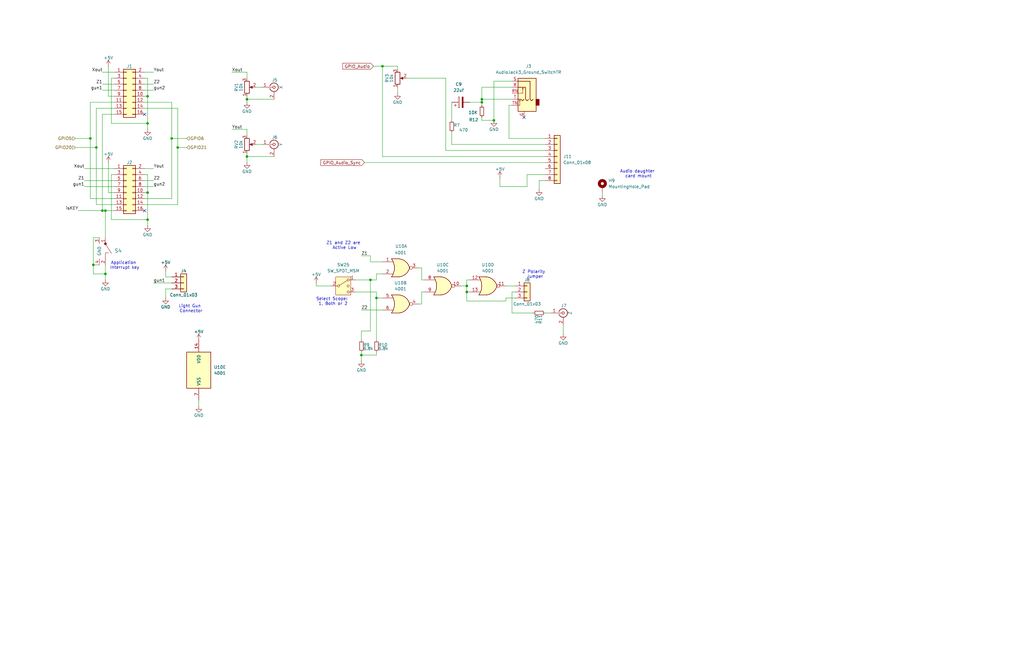
<source format=kicad_sch>
(kicad_sch
	(version 20231120)
	(generator "eeschema")
	(generator_version "8.0")
	(uuid "d14a82bf-94fa-4ad2-b598-56a90d5c541b")
	(paper "B")
	(lib_symbols
		(symbol "4xxx:4001"
			(pin_names
				(offset 1.016)
			)
			(exclude_from_sim no)
			(in_bom yes)
			(on_board yes)
			(property "Reference" "U"
				(at 0 1.27 0)
				(effects
					(font
						(size 1.27 1.27)
					)
				)
			)
			(property "Value" "4001"
				(at 0 -1.27 0)
				(effects
					(font
						(size 1.27 1.27)
					)
				)
			)
			(property "Footprint" ""
				(at 0 0 0)
				(effects
					(font
						(size 1.27 1.27)
					)
					(hide yes)
				)
			)
			(property "Datasheet" "http://www.intersil.com/content/dam/Intersil/documents/cd40/cd4000bms-01bms-02bms-25bms.pdf"
				(at 0 0 0)
				(effects
					(font
						(size 1.27 1.27)
					)
					(hide yes)
				)
			)
			(property "Description" "Quad Nor 2 inputs"
				(at 0 0 0)
				(effects
					(font
						(size 1.27 1.27)
					)
					(hide yes)
				)
			)
			(property "ki_locked" ""
				(at 0 0 0)
				(effects
					(font
						(size 1.27 1.27)
					)
				)
			)
			(property "ki_keywords" "CMOS Nor2"
				(at 0 0 0)
				(effects
					(font
						(size 1.27 1.27)
					)
					(hide yes)
				)
			)
			(property "ki_fp_filters" "DIP?14*"
				(at 0 0 0)
				(effects
					(font
						(size 1.27 1.27)
					)
					(hide yes)
				)
			)
			(symbol "4001_1_1"
				(arc
					(start -3.81 -3.81)
					(mid -2.589 0)
					(end -3.81 3.81)
					(stroke
						(width 0.254)
						(type default)
					)
					(fill
						(type none)
					)
				)
				(arc
					(start -0.6096 -3.81)
					(mid 2.1842 -2.5851)
					(end 3.81 0)
					(stroke
						(width 0.254)
						(type default)
					)
					(fill
						(type background)
					)
				)
				(polyline
					(pts
						(xy -3.81 -3.81) (xy -0.635 -3.81)
					)
					(stroke
						(width 0.254)
						(type default)
					)
					(fill
						(type background)
					)
				)
				(polyline
					(pts
						(xy -3.81 3.81) (xy -0.635 3.81)
					)
					(stroke
						(width 0.254)
						(type default)
					)
					(fill
						(type background)
					)
				)
				(polyline
					(pts
						(xy -0.635 3.81) (xy -3.81 3.81) (xy -3.81 3.81) (xy -3.556 3.4036) (xy -3.0226 2.2606) (xy -2.6924 1.0414)
						(xy -2.6162 -0.254) (xy -2.7686 -1.4986) (xy -3.175 -2.7178) (xy -3.81 -3.81) (xy -3.81 -3.81)
						(xy -0.635 -3.81)
					)
					(stroke
						(width -25.4)
						(type default)
					)
					(fill
						(type background)
					)
				)
				(arc
					(start 3.81 0)
					(mid 2.1915 2.5936)
					(end -0.6096 3.81)
					(stroke
						(width 0.254)
						(type default)
					)
					(fill
						(type background)
					)
				)
				(pin input line
					(at -7.62 2.54 0)
					(length 4.318)
					(name "~"
						(effects
							(font
								(size 1.27 1.27)
							)
						)
					)
					(number "1"
						(effects
							(font
								(size 1.27 1.27)
							)
						)
					)
				)
				(pin input line
					(at -7.62 -2.54 0)
					(length 4.318)
					(name "~"
						(effects
							(font
								(size 1.27 1.27)
							)
						)
					)
					(number "2"
						(effects
							(font
								(size 1.27 1.27)
							)
						)
					)
				)
				(pin output inverted
					(at 7.62 0 180)
					(length 3.81)
					(name "~"
						(effects
							(font
								(size 1.27 1.27)
							)
						)
					)
					(number "3"
						(effects
							(font
								(size 1.27 1.27)
							)
						)
					)
				)
			)
			(symbol "4001_1_2"
				(arc
					(start 0 -3.81)
					(mid 3.7934 0)
					(end 0 3.81)
					(stroke
						(width 0.254)
						(type default)
					)
					(fill
						(type background)
					)
				)
				(polyline
					(pts
						(xy 0 3.81) (xy -3.81 3.81) (xy -3.81 -3.81) (xy 0 -3.81)
					)
					(stroke
						(width 0.254)
						(type default)
					)
					(fill
						(type background)
					)
				)
				(pin input inverted
					(at -7.62 2.54 0)
					(length 3.81)
					(name "~"
						(effects
							(font
								(size 1.27 1.27)
							)
						)
					)
					(number "1"
						(effects
							(font
								(size 1.27 1.27)
							)
						)
					)
				)
				(pin input inverted
					(at -7.62 -2.54 0)
					(length 3.81)
					(name "~"
						(effects
							(font
								(size 1.27 1.27)
							)
						)
					)
					(number "2"
						(effects
							(font
								(size 1.27 1.27)
							)
						)
					)
				)
				(pin output line
					(at 7.62 0 180)
					(length 3.81)
					(name "~"
						(effects
							(font
								(size 1.27 1.27)
							)
						)
					)
					(number "3"
						(effects
							(font
								(size 1.27 1.27)
							)
						)
					)
				)
			)
			(symbol "4001_2_1"
				(arc
					(start -3.81 -3.81)
					(mid -2.589 0)
					(end -3.81 3.81)
					(stroke
						(width 0.254)
						(type default)
					)
					(fill
						(type none)
					)
				)
				(arc
					(start -0.6096 -3.81)
					(mid 2.1842 -2.5851)
					(end 3.81 0)
					(stroke
						(width 0.254)
						(type default)
					)
					(fill
						(type background)
					)
				)
				(polyline
					(pts
						(xy -3.81 -3.81) (xy -0.635 -3.81)
					)
					(stroke
						(width 0.254)
						(type default)
					)
					(fill
						(type background)
					)
				)
				(polyline
					(pts
						(xy -3.81 3.81) (xy -0.635 3.81)
					)
					(stroke
						(width 0.254)
						(type default)
					)
					(fill
						(type background)
					)
				)
				(polyline
					(pts
						(xy -0.635 3.81) (xy -3.81 3.81) (xy -3.81 3.81) (xy -3.556 3.4036) (xy -3.0226 2.2606) (xy -2.6924 1.0414)
						(xy -2.6162 -0.254) (xy -2.7686 -1.4986) (xy -3.175 -2.7178) (xy -3.81 -3.81) (xy -3.81 -3.81)
						(xy -0.635 -3.81)
					)
					(stroke
						(width -25.4)
						(type default)
					)
					(fill
						(type background)
					)
				)
				(arc
					(start 3.81 0)
					(mid 2.1915 2.5936)
					(end -0.6096 3.81)
					(stroke
						(width 0.254)
						(type default)
					)
					(fill
						(type background)
					)
				)
				(pin output inverted
					(at 7.62 0 180)
					(length 3.81)
					(name "~"
						(effects
							(font
								(size 1.27 1.27)
							)
						)
					)
					(number "4"
						(effects
							(font
								(size 1.27 1.27)
							)
						)
					)
				)
				(pin input line
					(at -7.62 2.54 0)
					(length 4.318)
					(name "~"
						(effects
							(font
								(size 1.27 1.27)
							)
						)
					)
					(number "5"
						(effects
							(font
								(size 1.27 1.27)
							)
						)
					)
				)
				(pin input line
					(at -7.62 -2.54 0)
					(length 4.318)
					(name "~"
						(effects
							(font
								(size 1.27 1.27)
							)
						)
					)
					(number "6"
						(effects
							(font
								(size 1.27 1.27)
							)
						)
					)
				)
			)
			(symbol "4001_2_2"
				(arc
					(start 0 -3.81)
					(mid 3.7934 0)
					(end 0 3.81)
					(stroke
						(width 0.254)
						(type default)
					)
					(fill
						(type background)
					)
				)
				(polyline
					(pts
						(xy 0 3.81) (xy -3.81 3.81) (xy -3.81 -3.81) (xy 0 -3.81)
					)
					(stroke
						(width 0.254)
						(type default)
					)
					(fill
						(type background)
					)
				)
				(pin output line
					(at 7.62 0 180)
					(length 3.81)
					(name "~"
						(effects
							(font
								(size 1.27 1.27)
							)
						)
					)
					(number "4"
						(effects
							(font
								(size 1.27 1.27)
							)
						)
					)
				)
				(pin input inverted
					(at -7.62 2.54 0)
					(length 3.81)
					(name "~"
						(effects
							(font
								(size 1.27 1.27)
							)
						)
					)
					(number "5"
						(effects
							(font
								(size 1.27 1.27)
							)
						)
					)
				)
				(pin input inverted
					(at -7.62 -2.54 0)
					(length 3.81)
					(name "~"
						(effects
							(font
								(size 1.27 1.27)
							)
						)
					)
					(number "6"
						(effects
							(font
								(size 1.27 1.27)
							)
						)
					)
				)
			)
			(symbol "4001_3_1"
				(arc
					(start -3.81 -3.81)
					(mid -2.589 0)
					(end -3.81 3.81)
					(stroke
						(width 0.254)
						(type default)
					)
					(fill
						(type none)
					)
				)
				(arc
					(start -0.6096 -3.81)
					(mid 2.1842 -2.5851)
					(end 3.81 0)
					(stroke
						(width 0.254)
						(type default)
					)
					(fill
						(type background)
					)
				)
				(polyline
					(pts
						(xy -3.81 -3.81) (xy -0.635 -3.81)
					)
					(stroke
						(width 0.254)
						(type default)
					)
					(fill
						(type background)
					)
				)
				(polyline
					(pts
						(xy -3.81 3.81) (xy -0.635 3.81)
					)
					(stroke
						(width 0.254)
						(type default)
					)
					(fill
						(type background)
					)
				)
				(polyline
					(pts
						(xy -0.635 3.81) (xy -3.81 3.81) (xy -3.81 3.81) (xy -3.556 3.4036) (xy -3.0226 2.2606) (xy -2.6924 1.0414)
						(xy -2.6162 -0.254) (xy -2.7686 -1.4986) (xy -3.175 -2.7178) (xy -3.81 -3.81) (xy -3.81 -3.81)
						(xy -0.635 -3.81)
					)
					(stroke
						(width -25.4)
						(type default)
					)
					(fill
						(type background)
					)
				)
				(arc
					(start 3.81 0)
					(mid 2.1915 2.5936)
					(end -0.6096 3.81)
					(stroke
						(width 0.254)
						(type default)
					)
					(fill
						(type background)
					)
				)
				(pin output inverted
					(at 7.62 0 180)
					(length 3.81)
					(name "~"
						(effects
							(font
								(size 1.27 1.27)
							)
						)
					)
					(number "10"
						(effects
							(font
								(size 1.27 1.27)
							)
						)
					)
				)
				(pin input line
					(at -7.62 2.54 0)
					(length 4.318)
					(name "~"
						(effects
							(font
								(size 1.27 1.27)
							)
						)
					)
					(number "8"
						(effects
							(font
								(size 1.27 1.27)
							)
						)
					)
				)
				(pin input line
					(at -7.62 -2.54 0)
					(length 4.318)
					(name "~"
						(effects
							(font
								(size 1.27 1.27)
							)
						)
					)
					(number "9"
						(effects
							(font
								(size 1.27 1.27)
							)
						)
					)
				)
			)
			(symbol "4001_3_2"
				(arc
					(start 0 -3.81)
					(mid 3.7934 0)
					(end 0 3.81)
					(stroke
						(width 0.254)
						(type default)
					)
					(fill
						(type background)
					)
				)
				(polyline
					(pts
						(xy 0 3.81) (xy -3.81 3.81) (xy -3.81 -3.81) (xy 0 -3.81)
					)
					(stroke
						(width 0.254)
						(type default)
					)
					(fill
						(type background)
					)
				)
				(pin output line
					(at 7.62 0 180)
					(length 3.81)
					(name "~"
						(effects
							(font
								(size 1.27 1.27)
							)
						)
					)
					(number "10"
						(effects
							(font
								(size 1.27 1.27)
							)
						)
					)
				)
				(pin input inverted
					(at -7.62 2.54 0)
					(length 3.81)
					(name "~"
						(effects
							(font
								(size 1.27 1.27)
							)
						)
					)
					(number "8"
						(effects
							(font
								(size 1.27 1.27)
							)
						)
					)
				)
				(pin input inverted
					(at -7.62 -2.54 0)
					(length 3.81)
					(name "~"
						(effects
							(font
								(size 1.27 1.27)
							)
						)
					)
					(number "9"
						(effects
							(font
								(size 1.27 1.27)
							)
						)
					)
				)
			)
			(symbol "4001_4_1"
				(arc
					(start -3.81 -3.81)
					(mid -2.589 0)
					(end -3.81 3.81)
					(stroke
						(width 0.254)
						(type default)
					)
					(fill
						(type none)
					)
				)
				(arc
					(start -0.6096 -3.81)
					(mid 2.1842 -2.5851)
					(end 3.81 0)
					(stroke
						(width 0.254)
						(type default)
					)
					(fill
						(type background)
					)
				)
				(polyline
					(pts
						(xy -3.81 -3.81) (xy -0.635 -3.81)
					)
					(stroke
						(width 0.254)
						(type default)
					)
					(fill
						(type background)
					)
				)
				(polyline
					(pts
						(xy -3.81 3.81) (xy -0.635 3.81)
					)
					(stroke
						(width 0.254)
						(type default)
					)
					(fill
						(type background)
					)
				)
				(polyline
					(pts
						(xy -0.635 3.81) (xy -3.81 3.81) (xy -3.81 3.81) (xy -3.556 3.4036) (xy -3.0226 2.2606) (xy -2.6924 1.0414)
						(xy -2.6162 -0.254) (xy -2.7686 -1.4986) (xy -3.175 -2.7178) (xy -3.81 -3.81) (xy -3.81 -3.81)
						(xy -0.635 -3.81)
					)
					(stroke
						(width -25.4)
						(type default)
					)
					(fill
						(type background)
					)
				)
				(arc
					(start 3.81 0)
					(mid 2.1915 2.5936)
					(end -0.6096 3.81)
					(stroke
						(width 0.254)
						(type default)
					)
					(fill
						(type background)
					)
				)
				(pin output inverted
					(at 7.62 0 180)
					(length 3.81)
					(name "~"
						(effects
							(font
								(size 1.27 1.27)
							)
						)
					)
					(number "11"
						(effects
							(font
								(size 1.27 1.27)
							)
						)
					)
				)
				(pin input line
					(at -7.62 2.54 0)
					(length 4.318)
					(name "~"
						(effects
							(font
								(size 1.27 1.27)
							)
						)
					)
					(number "12"
						(effects
							(font
								(size 1.27 1.27)
							)
						)
					)
				)
				(pin input line
					(at -7.62 -2.54 0)
					(length 4.318)
					(name "~"
						(effects
							(font
								(size 1.27 1.27)
							)
						)
					)
					(number "13"
						(effects
							(font
								(size 1.27 1.27)
							)
						)
					)
				)
			)
			(symbol "4001_4_2"
				(arc
					(start 0 -3.81)
					(mid 3.7934 0)
					(end 0 3.81)
					(stroke
						(width 0.254)
						(type default)
					)
					(fill
						(type background)
					)
				)
				(polyline
					(pts
						(xy 0 3.81) (xy -3.81 3.81) (xy -3.81 -3.81) (xy 0 -3.81)
					)
					(stroke
						(width 0.254)
						(type default)
					)
					(fill
						(type background)
					)
				)
				(pin output line
					(at 7.62 0 180)
					(length 3.81)
					(name "~"
						(effects
							(font
								(size 1.27 1.27)
							)
						)
					)
					(number "11"
						(effects
							(font
								(size 1.27 1.27)
							)
						)
					)
				)
				(pin input inverted
					(at -7.62 2.54 0)
					(length 3.81)
					(name "~"
						(effects
							(font
								(size 1.27 1.27)
							)
						)
					)
					(number "12"
						(effects
							(font
								(size 1.27 1.27)
							)
						)
					)
				)
				(pin input inverted
					(at -7.62 -2.54 0)
					(length 3.81)
					(name "~"
						(effects
							(font
								(size 1.27 1.27)
							)
						)
					)
					(number "13"
						(effects
							(font
								(size 1.27 1.27)
							)
						)
					)
				)
			)
			(symbol "4001_5_0"
				(pin power_in line
					(at 0 12.7 270)
					(length 5.08)
					(name "VDD"
						(effects
							(font
								(size 1.27 1.27)
							)
						)
					)
					(number "14"
						(effects
							(font
								(size 1.27 1.27)
							)
						)
					)
				)
				(pin power_in line
					(at 0 -12.7 90)
					(length 5.08)
					(name "VSS"
						(effects
							(font
								(size 1.27 1.27)
							)
						)
					)
					(number "7"
						(effects
							(font
								(size 1.27 1.27)
							)
						)
					)
				)
			)
			(symbol "4001_5_1"
				(rectangle
					(start -5.08 7.62)
					(end 5.08 -7.62)
					(stroke
						(width 0.254)
						(type default)
					)
					(fill
						(type background)
					)
				)
			)
		)
		(symbol "Connector:Conn_Coaxial"
			(pin_names
				(offset 1.016) hide)
			(exclude_from_sim no)
			(in_bom yes)
			(on_board yes)
			(property "Reference" "J"
				(at 0.254 3.048 0)
				(effects
					(font
						(size 1.27 1.27)
					)
				)
			)
			(property "Value" "Conn_Coaxial"
				(at 2.921 0 90)
				(effects
					(font
						(size 1.27 1.27)
					)
				)
			)
			(property "Footprint" ""
				(at 0 0 0)
				(effects
					(font
						(size 1.27 1.27)
					)
					(hide yes)
				)
			)
			(property "Datasheet" "~"
				(at 0 0 0)
				(effects
					(font
						(size 1.27 1.27)
					)
					(hide yes)
				)
			)
			(property "Description" "coaxial connector (BNC, SMA, SMB, SMC, Cinch/RCA, LEMO, ...)"
				(at 0 0 0)
				(effects
					(font
						(size 1.27 1.27)
					)
					(hide yes)
				)
			)
			(property "ki_keywords" "BNC SMA SMB SMC LEMO coaxial connector CINCH RCA MCX MMCX U.FL UMRF"
				(at 0 0 0)
				(effects
					(font
						(size 1.27 1.27)
					)
					(hide yes)
				)
			)
			(property "ki_fp_filters" "*BNC* *SMA* *SMB* *SMC* *Cinch* *LEMO* *UMRF* *MCX* *U.FL*"
				(at 0 0 0)
				(effects
					(font
						(size 1.27 1.27)
					)
					(hide yes)
				)
			)
			(symbol "Conn_Coaxial_0_1"
				(arc
					(start -1.778 -0.508)
					(mid 0.2311 -1.8066)
					(end 1.778 0)
					(stroke
						(width 0.254)
						(type default)
					)
					(fill
						(type none)
					)
				)
				(polyline
					(pts
						(xy -2.54 0) (xy -0.508 0)
					)
					(stroke
						(width 0)
						(type default)
					)
					(fill
						(type none)
					)
				)
				(polyline
					(pts
						(xy 0 -2.54) (xy 0 -1.778)
					)
					(stroke
						(width 0)
						(type default)
					)
					(fill
						(type none)
					)
				)
				(circle
					(center 0 0)
					(radius 0.508)
					(stroke
						(width 0.2032)
						(type default)
					)
					(fill
						(type none)
					)
				)
				(arc
					(start 1.778 0)
					(mid 0.2099 1.8101)
					(end -1.778 0.508)
					(stroke
						(width 0.254)
						(type default)
					)
					(fill
						(type none)
					)
				)
			)
			(symbol "Conn_Coaxial_1_1"
				(pin passive line
					(at -5.08 0 0)
					(length 2.54)
					(name "In"
						(effects
							(font
								(size 1.27 1.27)
							)
						)
					)
					(number "1"
						(effects
							(font
								(size 1.27 1.27)
							)
						)
					)
				)
				(pin passive line
					(at 0 -5.08 90)
					(length 2.54)
					(name "Ext"
						(effects
							(font
								(size 1.27 1.27)
							)
						)
					)
					(number "2"
						(effects
							(font
								(size 1.27 1.27)
							)
						)
					)
				)
			)
		)
		(symbol "Connector_Audio:AudioJack3_Ground_SwitchTR"
			(exclude_from_sim no)
			(in_bom yes)
			(on_board yes)
			(property "Reference" "J"
				(at 0 8.89 0)
				(effects
					(font
						(size 1.27 1.27)
					)
				)
			)
			(property "Value" "AudioJack3_Ground_SwitchTR"
				(at 0 6.35 0)
				(effects
					(font
						(size 1.27 1.27)
					)
				)
			)
			(property "Footprint" ""
				(at 0 0 0)
				(effects
					(font
						(size 1.27 1.27)
					)
					(hide yes)
				)
			)
			(property "Datasheet" "~"
				(at 0 0 0)
				(effects
					(font
						(size 1.27 1.27)
					)
					(hide yes)
				)
			)
			(property "Description" "Audio Jack, 3 Poles (Stereo / TRS), Grounded Sleeve, Switched TR Poles (Normalling)"
				(at 0 0 0)
				(effects
					(font
						(size 1.27 1.27)
					)
					(hide yes)
				)
			)
			(property "ki_keywords" "audio jack receptacle stereo headphones phones TRS connector"
				(at 0 0 0)
				(effects
					(font
						(size 1.27 1.27)
					)
					(hide yes)
				)
			)
			(property "ki_fp_filters" "Jack*"
				(at 0 0 0)
				(effects
					(font
						(size 1.27 1.27)
					)
					(hide yes)
				)
			)
			(symbol "AudioJack3_Ground_SwitchTR_0_1"
				(rectangle
					(start -5.08 -5.08)
					(end -6.35 -7.62)
					(stroke
						(width 0.254)
						(type default)
					)
					(fill
						(type outline)
					)
				)
				(polyline
					(pts
						(xy 0.508 -0.254) (xy 0.762 -0.762)
					)
					(stroke
						(width 0)
						(type default)
					)
					(fill
						(type none)
					)
				)
				(polyline
					(pts
						(xy 1.778 -5.334) (xy 2.032 -5.842)
					)
					(stroke
						(width 0)
						(type default)
					)
					(fill
						(type none)
					)
				)
				(polyline
					(pts
						(xy 0 -5.08) (xy 0.635 -5.715) (xy 1.27 -5.08) (xy 2.54 -5.08)
					)
					(stroke
						(width 0.254)
						(type default)
					)
					(fill
						(type none)
					)
				)
				(polyline
					(pts
						(xy 2.54 -7.62) (xy 1.778 -7.62) (xy 1.778 -5.334) (xy 1.524 -5.842)
					)
					(stroke
						(width 0)
						(type default)
					)
					(fill
						(type none)
					)
				)
				(polyline
					(pts
						(xy 2.54 -2.54) (xy 0.508 -2.54) (xy 0.508 -0.254) (xy 0.254 -0.762)
					)
					(stroke
						(width 0)
						(type default)
					)
					(fill
						(type none)
					)
				)
				(polyline
					(pts
						(xy -1.905 -5.08) (xy -1.27 -5.715) (xy -0.635 -5.08) (xy -0.635 0) (xy 2.54 0)
					)
					(stroke
						(width 0.254)
						(type default)
					)
					(fill
						(type none)
					)
				)
				(polyline
					(pts
						(xy 2.54 2.54) (xy -2.54 2.54) (xy -2.54 -5.08) (xy -3.175 -5.715) (xy -3.81 -5.08)
					)
					(stroke
						(width 0.254)
						(type default)
					)
					(fill
						(type none)
					)
				)
				(rectangle
					(start 2.54 3.81)
					(end -5.08 -10.16)
					(stroke
						(width 0.254)
						(type default)
					)
					(fill
						(type background)
					)
				)
			)
			(symbol "AudioJack3_Ground_SwitchTR_1_1"
				(pin passive line
					(at 0 -12.7 90)
					(length 2.54)
					(name "~"
						(effects
							(font
								(size 1.27 1.27)
							)
						)
					)
					(number "G"
						(effects
							(font
								(size 1.27 1.27)
							)
						)
					)
				)
				(pin passive line
					(at 5.08 0 180)
					(length 2.54)
					(name "~"
						(effects
							(font
								(size 1.27 1.27)
							)
						)
					)
					(number "R"
						(effects
							(font
								(size 1.27 1.27)
							)
						)
					)
				)
				(pin passive line
					(at 5.08 -2.54 180)
					(length 2.54)
					(name "~"
						(effects
							(font
								(size 1.27 1.27)
							)
						)
					)
					(number "RN"
						(effects
							(font
								(size 1.27 1.27)
							)
						)
					)
				)
				(pin passive line
					(at 5.08 2.54 180)
					(length 2.54)
					(name "~"
						(effects
							(font
								(size 1.27 1.27)
							)
						)
					)
					(number "S"
						(effects
							(font
								(size 1.27 1.27)
							)
						)
					)
				)
				(pin passive line
					(at 5.08 -5.08 180)
					(length 2.54)
					(name "~"
						(effects
							(font
								(size 1.27 1.27)
							)
						)
					)
					(number "T"
						(effects
							(font
								(size 1.27 1.27)
							)
						)
					)
				)
				(pin passive line
					(at 5.08 -7.62 180)
					(length 2.54)
					(name "~"
						(effects
							(font
								(size 1.27 1.27)
							)
						)
					)
					(number "TN"
						(effects
							(font
								(size 1.27 1.27)
							)
						)
					)
				)
			)
		)
		(symbol "Connector_Generic:Conn_01x03"
			(pin_names
				(offset 1.016) hide)
			(exclude_from_sim no)
			(in_bom yes)
			(on_board yes)
			(property "Reference" "J"
				(at 0 5.08 0)
				(effects
					(font
						(size 1.27 1.27)
					)
				)
			)
			(property "Value" "Conn_01x03"
				(at 0 -5.08 0)
				(effects
					(font
						(size 1.27 1.27)
					)
				)
			)
			(property "Footprint" ""
				(at 0 0 0)
				(effects
					(font
						(size 1.27 1.27)
					)
					(hide yes)
				)
			)
			(property "Datasheet" "~"
				(at 0 0 0)
				(effects
					(font
						(size 1.27 1.27)
					)
					(hide yes)
				)
			)
			(property "Description" "Generic connector, single row, 01x03, script generated (kicad-library-utils/schlib/autogen/connector/)"
				(at 0 0 0)
				(effects
					(font
						(size 1.27 1.27)
					)
					(hide yes)
				)
			)
			(property "ki_keywords" "connector"
				(at 0 0 0)
				(effects
					(font
						(size 1.27 1.27)
					)
					(hide yes)
				)
			)
			(property "ki_fp_filters" "Connector*:*_1x??_*"
				(at 0 0 0)
				(effects
					(font
						(size 1.27 1.27)
					)
					(hide yes)
				)
			)
			(symbol "Conn_01x03_1_1"
				(rectangle
					(start -1.27 -2.413)
					(end 0 -2.667)
					(stroke
						(width 0.1524)
						(type default)
					)
					(fill
						(type none)
					)
				)
				(rectangle
					(start -1.27 0.127)
					(end 0 -0.127)
					(stroke
						(width 0.1524)
						(type default)
					)
					(fill
						(type none)
					)
				)
				(rectangle
					(start -1.27 2.667)
					(end 0 2.413)
					(stroke
						(width 0.1524)
						(type default)
					)
					(fill
						(type none)
					)
				)
				(rectangle
					(start -1.27 3.81)
					(end 1.27 -3.81)
					(stroke
						(width 0.254)
						(type default)
					)
					(fill
						(type background)
					)
				)
				(pin passive line
					(at -5.08 2.54 0)
					(length 3.81)
					(name "Pin_1"
						(effects
							(font
								(size 1.27 1.27)
							)
						)
					)
					(number "1"
						(effects
							(font
								(size 1.27 1.27)
							)
						)
					)
				)
				(pin passive line
					(at -5.08 0 0)
					(length 3.81)
					(name "Pin_2"
						(effects
							(font
								(size 1.27 1.27)
							)
						)
					)
					(number "2"
						(effects
							(font
								(size 1.27 1.27)
							)
						)
					)
				)
				(pin passive line
					(at -5.08 -2.54 0)
					(length 3.81)
					(name "Pin_3"
						(effects
							(font
								(size 1.27 1.27)
							)
						)
					)
					(number "3"
						(effects
							(font
								(size 1.27 1.27)
							)
						)
					)
				)
			)
		)
		(symbol "Connector_Generic:Conn_01x08"
			(pin_names
				(offset 1.016) hide)
			(exclude_from_sim no)
			(in_bom yes)
			(on_board yes)
			(property "Reference" "J"
				(at 0 10.16 0)
				(effects
					(font
						(size 1.27 1.27)
					)
				)
			)
			(property "Value" "Conn_01x08"
				(at 0 -12.7 0)
				(effects
					(font
						(size 1.27 1.27)
					)
				)
			)
			(property "Footprint" ""
				(at 0 0 0)
				(effects
					(font
						(size 1.27 1.27)
					)
					(hide yes)
				)
			)
			(property "Datasheet" "~"
				(at 0 0 0)
				(effects
					(font
						(size 1.27 1.27)
					)
					(hide yes)
				)
			)
			(property "Description" "Generic connector, single row, 01x08, script generated (kicad-library-utils/schlib/autogen/connector/)"
				(at 0 0 0)
				(effects
					(font
						(size 1.27 1.27)
					)
					(hide yes)
				)
			)
			(property "ki_keywords" "connector"
				(at 0 0 0)
				(effects
					(font
						(size 1.27 1.27)
					)
					(hide yes)
				)
			)
			(property "ki_fp_filters" "Connector*:*_1x??_*"
				(at 0 0 0)
				(effects
					(font
						(size 1.27 1.27)
					)
					(hide yes)
				)
			)
			(symbol "Conn_01x08_1_1"
				(rectangle
					(start -1.27 -10.033)
					(end 0 -10.287)
					(stroke
						(width 0.1524)
						(type default)
					)
					(fill
						(type none)
					)
				)
				(rectangle
					(start -1.27 -7.493)
					(end 0 -7.747)
					(stroke
						(width 0.1524)
						(type default)
					)
					(fill
						(type none)
					)
				)
				(rectangle
					(start -1.27 -4.953)
					(end 0 -5.207)
					(stroke
						(width 0.1524)
						(type default)
					)
					(fill
						(type none)
					)
				)
				(rectangle
					(start -1.27 -2.413)
					(end 0 -2.667)
					(stroke
						(width 0.1524)
						(type default)
					)
					(fill
						(type none)
					)
				)
				(rectangle
					(start -1.27 0.127)
					(end 0 -0.127)
					(stroke
						(width 0.1524)
						(type default)
					)
					(fill
						(type none)
					)
				)
				(rectangle
					(start -1.27 2.667)
					(end 0 2.413)
					(stroke
						(width 0.1524)
						(type default)
					)
					(fill
						(type none)
					)
				)
				(rectangle
					(start -1.27 5.207)
					(end 0 4.953)
					(stroke
						(width 0.1524)
						(type default)
					)
					(fill
						(type none)
					)
				)
				(rectangle
					(start -1.27 7.747)
					(end 0 7.493)
					(stroke
						(width 0.1524)
						(type default)
					)
					(fill
						(type none)
					)
				)
				(rectangle
					(start -1.27 8.89)
					(end 1.27 -11.43)
					(stroke
						(width 0.254)
						(type default)
					)
					(fill
						(type background)
					)
				)
				(pin passive line
					(at -5.08 7.62 0)
					(length 3.81)
					(name "Pin_1"
						(effects
							(font
								(size 1.27 1.27)
							)
						)
					)
					(number "1"
						(effects
							(font
								(size 1.27 1.27)
							)
						)
					)
				)
				(pin passive line
					(at -5.08 5.08 0)
					(length 3.81)
					(name "Pin_2"
						(effects
							(font
								(size 1.27 1.27)
							)
						)
					)
					(number "2"
						(effects
							(font
								(size 1.27 1.27)
							)
						)
					)
				)
				(pin passive line
					(at -5.08 2.54 0)
					(length 3.81)
					(name "Pin_3"
						(effects
							(font
								(size 1.27 1.27)
							)
						)
					)
					(number "3"
						(effects
							(font
								(size 1.27 1.27)
							)
						)
					)
				)
				(pin passive line
					(at -5.08 0 0)
					(length 3.81)
					(name "Pin_4"
						(effects
							(font
								(size 1.27 1.27)
							)
						)
					)
					(number "4"
						(effects
							(font
								(size 1.27 1.27)
							)
						)
					)
				)
				(pin passive line
					(at -5.08 -2.54 0)
					(length 3.81)
					(name "Pin_5"
						(effects
							(font
								(size 1.27 1.27)
							)
						)
					)
					(number "5"
						(effects
							(font
								(size 1.27 1.27)
							)
						)
					)
				)
				(pin passive line
					(at -5.08 -5.08 0)
					(length 3.81)
					(name "Pin_6"
						(effects
							(font
								(size 1.27 1.27)
							)
						)
					)
					(number "6"
						(effects
							(font
								(size 1.27 1.27)
							)
						)
					)
				)
				(pin passive line
					(at -5.08 -7.62 0)
					(length 3.81)
					(name "Pin_7"
						(effects
							(font
								(size 1.27 1.27)
							)
						)
					)
					(number "7"
						(effects
							(font
								(size 1.27 1.27)
							)
						)
					)
				)
				(pin passive line
					(at -5.08 -10.16 0)
					(length 3.81)
					(name "Pin_8"
						(effects
							(font
								(size 1.27 1.27)
							)
						)
					)
					(number "8"
						(effects
							(font
								(size 1.27 1.27)
							)
						)
					)
				)
			)
		)
		(symbol "Connector_Generic:Conn_02x08_Odd_Even"
			(pin_names
				(offset 1.016) hide)
			(exclude_from_sim no)
			(in_bom yes)
			(on_board yes)
			(property "Reference" "J"
				(at 1.27 10.16 0)
				(effects
					(font
						(size 1.27 1.27)
					)
				)
			)
			(property "Value" "Conn_02x08_Odd_Even"
				(at 1.27 -12.7 0)
				(effects
					(font
						(size 1.27 1.27)
					)
				)
			)
			(property "Footprint" ""
				(at 0 0 0)
				(effects
					(font
						(size 1.27 1.27)
					)
					(hide yes)
				)
			)
			(property "Datasheet" "~"
				(at 0 0 0)
				(effects
					(font
						(size 1.27 1.27)
					)
					(hide yes)
				)
			)
			(property "Description" "Generic connector, double row, 02x08, odd/even pin numbering scheme (row 1 odd numbers, row 2 even numbers), script generated (kicad-library-utils/schlib/autogen/connector/)"
				(at 0 0 0)
				(effects
					(font
						(size 1.27 1.27)
					)
					(hide yes)
				)
			)
			(property "ki_keywords" "connector"
				(at 0 0 0)
				(effects
					(font
						(size 1.27 1.27)
					)
					(hide yes)
				)
			)
			(property "ki_fp_filters" "Connector*:*_2x??_*"
				(at 0 0 0)
				(effects
					(font
						(size 1.27 1.27)
					)
					(hide yes)
				)
			)
			(symbol "Conn_02x08_Odd_Even_1_1"
				(rectangle
					(start -1.27 -10.033)
					(end 0 -10.287)
					(stroke
						(width 0.1524)
						(type default)
					)
					(fill
						(type none)
					)
				)
				(rectangle
					(start -1.27 -7.493)
					(end 0 -7.747)
					(stroke
						(width 0.1524)
						(type default)
					)
					(fill
						(type none)
					)
				)
				(rectangle
					(start -1.27 -4.953)
					(end 0 -5.207)
					(stroke
						(width 0.1524)
						(type default)
					)
					(fill
						(type none)
					)
				)
				(rectangle
					(start -1.27 -2.413)
					(end 0 -2.667)
					(stroke
						(width 0.1524)
						(type default)
					)
					(fill
						(type none)
					)
				)
				(rectangle
					(start -1.27 0.127)
					(end 0 -0.127)
					(stroke
						(width 0.1524)
						(type default)
					)
					(fill
						(type none)
					)
				)
				(rectangle
					(start -1.27 2.667)
					(end 0 2.413)
					(stroke
						(width 0.1524)
						(type default)
					)
					(fill
						(type none)
					)
				)
				(rectangle
					(start -1.27 5.207)
					(end 0 4.953)
					(stroke
						(width 0.1524)
						(type default)
					)
					(fill
						(type none)
					)
				)
				(rectangle
					(start -1.27 7.747)
					(end 0 7.493)
					(stroke
						(width 0.1524)
						(type default)
					)
					(fill
						(type none)
					)
				)
				(rectangle
					(start -1.27 8.89)
					(end 3.81 -11.43)
					(stroke
						(width 0.254)
						(type default)
					)
					(fill
						(type background)
					)
				)
				(rectangle
					(start 3.81 -10.033)
					(end 2.54 -10.287)
					(stroke
						(width 0.1524)
						(type default)
					)
					(fill
						(type none)
					)
				)
				(rectangle
					(start 3.81 -7.493)
					(end 2.54 -7.747)
					(stroke
						(width 0.1524)
						(type default)
					)
					(fill
						(type none)
					)
				)
				(rectangle
					(start 3.81 -4.953)
					(end 2.54 -5.207)
					(stroke
						(width 0.1524)
						(type default)
					)
					(fill
						(type none)
					)
				)
				(rectangle
					(start 3.81 -2.413)
					(end 2.54 -2.667)
					(stroke
						(width 0.1524)
						(type default)
					)
					(fill
						(type none)
					)
				)
				(rectangle
					(start 3.81 0.127)
					(end 2.54 -0.127)
					(stroke
						(width 0.1524)
						(type default)
					)
					(fill
						(type none)
					)
				)
				(rectangle
					(start 3.81 2.667)
					(end 2.54 2.413)
					(stroke
						(width 0.1524)
						(type default)
					)
					(fill
						(type none)
					)
				)
				(rectangle
					(start 3.81 5.207)
					(end 2.54 4.953)
					(stroke
						(width 0.1524)
						(type default)
					)
					(fill
						(type none)
					)
				)
				(rectangle
					(start 3.81 7.747)
					(end 2.54 7.493)
					(stroke
						(width 0.1524)
						(type default)
					)
					(fill
						(type none)
					)
				)
				(pin passive line
					(at -5.08 7.62 0)
					(length 3.81)
					(name "Pin_1"
						(effects
							(font
								(size 1.27 1.27)
							)
						)
					)
					(number "1"
						(effects
							(font
								(size 1.27 1.27)
							)
						)
					)
				)
				(pin passive line
					(at 7.62 -2.54 180)
					(length 3.81)
					(name "Pin_10"
						(effects
							(font
								(size 1.27 1.27)
							)
						)
					)
					(number "10"
						(effects
							(font
								(size 1.27 1.27)
							)
						)
					)
				)
				(pin passive line
					(at -5.08 -5.08 0)
					(length 3.81)
					(name "Pin_11"
						(effects
							(font
								(size 1.27 1.27)
							)
						)
					)
					(number "11"
						(effects
							(font
								(size 1.27 1.27)
							)
						)
					)
				)
				(pin passive line
					(at 7.62 -5.08 180)
					(length 3.81)
					(name "Pin_12"
						(effects
							(font
								(size 1.27 1.27)
							)
						)
					)
					(number "12"
						(effects
							(font
								(size 1.27 1.27)
							)
						)
					)
				)
				(pin passive line
					(at -5.08 -7.62 0)
					(length 3.81)
					(name "Pin_13"
						(effects
							(font
								(size 1.27 1.27)
							)
						)
					)
					(number "13"
						(effects
							(font
								(size 1.27 1.27)
							)
						)
					)
				)
				(pin passive line
					(at 7.62 -7.62 180)
					(length 3.81)
					(name "Pin_14"
						(effects
							(font
								(size 1.27 1.27)
							)
						)
					)
					(number "14"
						(effects
							(font
								(size 1.27 1.27)
							)
						)
					)
				)
				(pin passive line
					(at -5.08 -10.16 0)
					(length 3.81)
					(name "Pin_15"
						(effects
							(font
								(size 1.27 1.27)
							)
						)
					)
					(number "15"
						(effects
							(font
								(size 1.27 1.27)
							)
						)
					)
				)
				(pin passive line
					(at 7.62 -10.16 180)
					(length 3.81)
					(name "Pin_16"
						(effects
							(font
								(size 1.27 1.27)
							)
						)
					)
					(number "16"
						(effects
							(font
								(size 1.27 1.27)
							)
						)
					)
				)
				(pin passive line
					(at 7.62 7.62 180)
					(length 3.81)
					(name "Pin_2"
						(effects
							(font
								(size 1.27 1.27)
							)
						)
					)
					(number "2"
						(effects
							(font
								(size 1.27 1.27)
							)
						)
					)
				)
				(pin passive line
					(at -5.08 5.08 0)
					(length 3.81)
					(name "Pin_3"
						(effects
							(font
								(size 1.27 1.27)
							)
						)
					)
					(number "3"
						(effects
							(font
								(size 1.27 1.27)
							)
						)
					)
				)
				(pin passive line
					(at 7.62 5.08 180)
					(length 3.81)
					(name "Pin_4"
						(effects
							(font
								(size 1.27 1.27)
							)
						)
					)
					(number "4"
						(effects
							(font
								(size 1.27 1.27)
							)
						)
					)
				)
				(pin passive line
					(at -5.08 2.54 0)
					(length 3.81)
					(name "Pin_5"
						(effects
							(font
								(size 1.27 1.27)
							)
						)
					)
					(number "5"
						(effects
							(font
								(size 1.27 1.27)
							)
						)
					)
				)
				(pin passive line
					(at 7.62 2.54 180)
					(length 3.81)
					(name "Pin_6"
						(effects
							(font
								(size 1.27 1.27)
							)
						)
					)
					(number "6"
						(effects
							(font
								(size 1.27 1.27)
							)
						)
					)
				)
				(pin passive line
					(at -5.08 0 0)
					(length 3.81)
					(name "Pin_7"
						(effects
							(font
								(size 1.27 1.27)
							)
						)
					)
					(number "7"
						(effects
							(font
								(size 1.27 1.27)
							)
						)
					)
				)
				(pin passive line
					(at 7.62 0 180)
					(length 3.81)
					(name "Pin_8"
						(effects
							(font
								(size 1.27 1.27)
							)
						)
					)
					(number "8"
						(effects
							(font
								(size 1.27 1.27)
							)
						)
					)
				)
				(pin passive line
					(at -5.08 -2.54 0)
					(length 3.81)
					(name "Pin_9"
						(effects
							(font
								(size 1.27 1.27)
							)
						)
					)
					(number "9"
						(effects
							(font
								(size 1.27 1.27)
							)
						)
					)
				)
			)
		)
		(symbol "Device:C_Polarized"
			(pin_numbers hide)
			(pin_names
				(offset 0.254)
			)
			(exclude_from_sim no)
			(in_bom yes)
			(on_board yes)
			(property "Reference" "C"
				(at 0.635 2.54 0)
				(effects
					(font
						(size 1.27 1.27)
					)
					(justify left)
				)
			)
			(property "Value" "C_Polarized"
				(at 0.635 -2.54 0)
				(effects
					(font
						(size 1.27 1.27)
					)
					(justify left)
				)
			)
			(property "Footprint" ""
				(at 0.9652 -3.81 0)
				(effects
					(font
						(size 1.27 1.27)
					)
					(hide yes)
				)
			)
			(property "Datasheet" "~"
				(at 0 0 0)
				(effects
					(font
						(size 1.27 1.27)
					)
					(hide yes)
				)
			)
			(property "Description" "Polarized capacitor"
				(at 0 0 0)
				(effects
					(font
						(size 1.27 1.27)
					)
					(hide yes)
				)
			)
			(property "ki_keywords" "cap capacitor"
				(at 0 0 0)
				(effects
					(font
						(size 1.27 1.27)
					)
					(hide yes)
				)
			)
			(property "ki_fp_filters" "CP_*"
				(at 0 0 0)
				(effects
					(font
						(size 1.27 1.27)
					)
					(hide yes)
				)
			)
			(symbol "C_Polarized_0_1"
				(rectangle
					(start -2.286 0.508)
					(end 2.286 1.016)
					(stroke
						(width 0)
						(type default)
					)
					(fill
						(type none)
					)
				)
				(polyline
					(pts
						(xy -1.778 2.286) (xy -0.762 2.286)
					)
					(stroke
						(width 0)
						(type default)
					)
					(fill
						(type none)
					)
				)
				(polyline
					(pts
						(xy -1.27 2.794) (xy -1.27 1.778)
					)
					(stroke
						(width 0)
						(type default)
					)
					(fill
						(type none)
					)
				)
				(rectangle
					(start 2.286 -0.508)
					(end -2.286 -1.016)
					(stroke
						(width 0)
						(type default)
					)
					(fill
						(type outline)
					)
				)
			)
			(symbol "C_Polarized_1_1"
				(pin passive line
					(at 0 3.81 270)
					(length 2.794)
					(name "~"
						(effects
							(font
								(size 1.27 1.27)
							)
						)
					)
					(number "1"
						(effects
							(font
								(size 1.27 1.27)
							)
						)
					)
				)
				(pin passive line
					(at 0 -3.81 90)
					(length 2.794)
					(name "~"
						(effects
							(font
								(size 1.27 1.27)
							)
						)
					)
					(number "2"
						(effects
							(font
								(size 1.27 1.27)
							)
						)
					)
				)
			)
		)
		(symbol "Device:R_Potentiometer"
			(pin_names
				(offset 1.016) hide)
			(exclude_from_sim no)
			(in_bom yes)
			(on_board yes)
			(property "Reference" "RV"
				(at -4.445 0 90)
				(effects
					(font
						(size 1.27 1.27)
					)
				)
			)
			(property "Value" "R_Potentiometer"
				(at -2.54 0 90)
				(effects
					(font
						(size 1.27 1.27)
					)
				)
			)
			(property "Footprint" ""
				(at 0 0 0)
				(effects
					(font
						(size 1.27 1.27)
					)
					(hide yes)
				)
			)
			(property "Datasheet" "~"
				(at 0 0 0)
				(effects
					(font
						(size 1.27 1.27)
					)
					(hide yes)
				)
			)
			(property "Description" "Potentiometer"
				(at 0 0 0)
				(effects
					(font
						(size 1.27 1.27)
					)
					(hide yes)
				)
			)
			(property "ki_keywords" "resistor variable"
				(at 0 0 0)
				(effects
					(font
						(size 1.27 1.27)
					)
					(hide yes)
				)
			)
			(property "ki_fp_filters" "Potentiometer*"
				(at 0 0 0)
				(effects
					(font
						(size 1.27 1.27)
					)
					(hide yes)
				)
			)
			(symbol "R_Potentiometer_0_1"
				(polyline
					(pts
						(xy 2.54 0) (xy 1.524 0)
					)
					(stroke
						(width 0)
						(type default)
					)
					(fill
						(type none)
					)
				)
				(polyline
					(pts
						(xy 1.143 0) (xy 2.286 0.508) (xy 2.286 -0.508) (xy 1.143 0)
					)
					(stroke
						(width 0)
						(type default)
					)
					(fill
						(type outline)
					)
				)
				(rectangle
					(start 1.016 2.54)
					(end -1.016 -2.54)
					(stroke
						(width 0.254)
						(type default)
					)
					(fill
						(type none)
					)
				)
			)
			(symbol "R_Potentiometer_1_1"
				(pin passive line
					(at 0 3.81 270)
					(length 1.27)
					(name "1"
						(effects
							(font
								(size 1.27 1.27)
							)
						)
					)
					(number "1"
						(effects
							(font
								(size 1.27 1.27)
							)
						)
					)
				)
				(pin passive line
					(at 3.81 0 180)
					(length 1.27)
					(name "2"
						(effects
							(font
								(size 1.27 1.27)
							)
						)
					)
					(number "2"
						(effects
							(font
								(size 1.27 1.27)
							)
						)
					)
				)
				(pin passive line
					(at 0 -3.81 90)
					(length 1.27)
					(name "3"
						(effects
							(font
								(size 1.27 1.27)
							)
						)
					)
					(number "3"
						(effects
							(font
								(size 1.27 1.27)
							)
						)
					)
				)
			)
		)
		(symbol "Device:R_Small"
			(pin_numbers hide)
			(pin_names
				(offset 0.254) hide)
			(exclude_from_sim no)
			(in_bom yes)
			(on_board yes)
			(property "Reference" "R"
				(at 0.762 0.508 0)
				(effects
					(font
						(size 1.27 1.27)
					)
					(justify left)
				)
			)
			(property "Value" "R_Small"
				(at 0.762 -1.016 0)
				(effects
					(font
						(size 1.27 1.27)
					)
					(justify left)
				)
			)
			(property "Footprint" ""
				(at 0 0 0)
				(effects
					(font
						(size 1.27 1.27)
					)
					(hide yes)
				)
			)
			(property "Datasheet" "~"
				(at 0 0 0)
				(effects
					(font
						(size 1.27 1.27)
					)
					(hide yes)
				)
			)
			(property "Description" "Resistor, small symbol"
				(at 0 0 0)
				(effects
					(font
						(size 1.27 1.27)
					)
					(hide yes)
				)
			)
			(property "ki_keywords" "R resistor"
				(at 0 0 0)
				(effects
					(font
						(size 1.27 1.27)
					)
					(hide yes)
				)
			)
			(property "ki_fp_filters" "R_*"
				(at 0 0 0)
				(effects
					(font
						(size 1.27 1.27)
					)
					(hide yes)
				)
			)
			(symbol "R_Small_0_1"
				(rectangle
					(start -0.762 1.778)
					(end 0.762 -1.778)
					(stroke
						(width 0.2032)
						(type default)
					)
					(fill
						(type none)
					)
				)
			)
			(symbol "R_Small_1_1"
				(pin passive line
					(at 0 2.54 270)
					(length 0.762)
					(name "~"
						(effects
							(font
								(size 1.27 1.27)
							)
						)
					)
					(number "1"
						(effects
							(font
								(size 1.27 1.27)
							)
						)
					)
				)
				(pin passive line
					(at 0 -2.54 90)
					(length 0.762)
					(name "~"
						(effects
							(font
								(size 1.27 1.27)
							)
						)
					)
					(number "2"
						(effects
							(font
								(size 1.27 1.27)
							)
						)
					)
				)
			)
		)
		(symbol "Mechanical:MountingHole_Pad"
			(pin_numbers hide)
			(pin_names
				(offset 1.016) hide)
			(exclude_from_sim yes)
			(in_bom no)
			(on_board yes)
			(property "Reference" "H"
				(at 0 6.35 0)
				(effects
					(font
						(size 1.27 1.27)
					)
				)
			)
			(property "Value" "MountingHole_Pad"
				(at 0 4.445 0)
				(effects
					(font
						(size 1.27 1.27)
					)
				)
			)
			(property "Footprint" ""
				(at 0 0 0)
				(effects
					(font
						(size 1.27 1.27)
					)
					(hide yes)
				)
			)
			(property "Datasheet" "~"
				(at 0 0 0)
				(effects
					(font
						(size 1.27 1.27)
					)
					(hide yes)
				)
			)
			(property "Description" "Mounting Hole with connection"
				(at 0 0 0)
				(effects
					(font
						(size 1.27 1.27)
					)
					(hide yes)
				)
			)
			(property "ki_keywords" "mounting hole"
				(at 0 0 0)
				(effects
					(font
						(size 1.27 1.27)
					)
					(hide yes)
				)
			)
			(property "ki_fp_filters" "MountingHole*Pad*"
				(at 0 0 0)
				(effects
					(font
						(size 1.27 1.27)
					)
					(hide yes)
				)
			)
			(symbol "MountingHole_Pad_0_1"
				(circle
					(center 0 1.27)
					(radius 1.27)
					(stroke
						(width 1.27)
						(type default)
					)
					(fill
						(type none)
					)
				)
			)
			(symbol "MountingHole_Pad_1_1"
				(pin input line
					(at 0 -2.54 90)
					(length 2.54)
					(name "1"
						(effects
							(font
								(size 1.27 1.27)
							)
						)
					)
					(number "1"
						(effects
							(font
								(size 1.27 1.27)
							)
						)
					)
				)
			)
		)
		(symbol "Switch:SW_SPDT_MSM"
			(pin_names
				(offset 0) hide)
			(exclude_from_sim no)
			(in_bom yes)
			(on_board yes)
			(property "Reference" "SW"
				(at 0 5.08 0)
				(effects
					(font
						(size 1.27 1.27)
					)
				)
			)
			(property "Value" "SW_SPDT_MSM"
				(at 0 -5.08 0)
				(effects
					(font
						(size 1.27 1.27)
					)
				)
			)
			(property "Footprint" ""
				(at -13.97 11.43 0)
				(effects
					(font
						(size 1.27 1.27)
					)
					(hide yes)
				)
			)
			(property "Datasheet" "~"
				(at 0 -7.62 0)
				(effects
					(font
						(size 1.27 1.27)
					)
					(hide yes)
				)
			)
			(property "Description" "Switch, single pole double throw, center OFF position"
				(at 0 0 0)
				(effects
					(font
						(size 1.27 1.27)
					)
					(hide yes)
				)
			)
			(property "ki_keywords" "switch spdt single-pole double-throw ON-OFF-ON"
				(at 0 0 0)
				(effects
					(font
						(size 1.27 1.27)
					)
					(hide yes)
				)
			)
			(symbol "SW_SPDT_MSM_0_1"
				(circle
					(center -2.032 0)
					(radius 0.4572)
					(stroke
						(width 0)
						(type default)
					)
					(fill
						(type none)
					)
				)
				(polyline
					(pts
						(xy -1.651 0.254) (xy 1.651 2.286)
					)
					(stroke
						(width 0)
						(type default)
					)
					(fill
						(type none)
					)
				)
				(circle
					(center 2.032 -2.54)
					(radius 0.4572)
					(stroke
						(width 0)
						(type default)
					)
					(fill
						(type none)
					)
				)
				(circle
					(center 2.032 0)
					(radius 0.4572)
					(stroke
						(width 0)
						(type default)
					)
					(fill
						(type none)
					)
				)
				(circle
					(center 2.032 2.54)
					(radius 0.4572)
					(stroke
						(width 0)
						(type default)
					)
					(fill
						(type none)
					)
				)
			)
			(symbol "SW_SPDT_MSM_1_1"
				(rectangle
					(start -3.175 3.81)
					(end 3.175 -3.81)
					(stroke
						(width 0)
						(type default)
					)
					(fill
						(type background)
					)
				)
				(pin passive line
					(at 5.08 2.54 180)
					(length 2.54)
					(name "1"
						(effects
							(font
								(size 1.27 1.27)
							)
						)
					)
					(number "1"
						(effects
							(font
								(size 1.27 1.27)
							)
						)
					)
				)
				(pin passive line
					(at -5.08 0 0)
					(length 2.54)
					(name "3"
						(effects
							(font
								(size 1.27 1.27)
							)
						)
					)
					(number "2"
						(effects
							(font
								(size 1.27 1.27)
							)
						)
					)
				)
				(pin passive line
					(at 5.08 -2.54 180)
					(length 2.54)
					(name "4"
						(effects
							(font
								(size 1.27 1.27)
							)
						)
					)
					(number "3"
						(effects
							(font
								(size 1.27 1.27)
							)
						)
					)
				)
			)
		)
		(symbol "mWW_Library:RA_Tactile_Push"
			(pin_names
				(offset 1.016)
			)
			(exclude_from_sim no)
			(in_bom yes)
			(on_board yes)
			(property "Reference" "S3"
				(at -3.81 -3.81 0)
				(effects
					(font
						(size 1.524 1.524)
					)
				)
			)
			(property "Value" "RA_Push"
				(at -1.27 -1.27 0)
				(effects
					(font
						(size 1.524 1.524)
					)
					(hide yes)
				)
			)
			(property "Footprint" "mWW-Project-Library:SW_KSA0V311LFTR_CNK-RA-pushbutton"
				(at 0 0 0)
				(effects
					(font
						(size 1.524 1.524)
					)
					(hide yes)
				)
			)
			(property "Datasheet" ""
				(at 0 0 0)
				(effects
					(font
						(size 1.524 1.524)
					)
				)
			)
			(property "Description" ""
				(at 0 0 0)
				(effects
					(font
						(size 1.27 1.27)
					)
					(hide yes)
				)
			)
			(symbol "RA_Tactile_Push_0_1"
				(circle
					(center -3.81 -6.35)
					(radius 0.4572)
					(stroke
						(width 0)
						(type default)
					)
					(fill
						(type outline)
					)
				)
				(polyline
					(pts
						(xy -3.81 -6.35) (xy 0.254 -3.81) (xy 0.254 -3.81) (xy 0.254 -3.81)
					)
					(stroke
						(width 0)
						(type default)
					)
					(fill
						(type none)
					)
				)
				(polyline
					(pts
						(xy 0 -5.08) (xy 0 -6.35) (xy 2.54 -6.35) (xy 2.54 -6.35)
					)
					(stroke
						(width 0)
						(type default)
					)
					(fill
						(type none)
					)
				)
			)
			(symbol "RA_Tactile_Push_1_0"
				(pin passive line
					(at -6.35 -8.89 0)
					(length 2.54)
					(name "GND"
						(effects
							(font
								(size 1.27 1.27)
							)
						)
					)
					(number "3"
						(effects
							(font
								(size 1.27 1.27)
							)
						)
					)
				)
				(pin passive line
					(at 5.08 -8.89 180)
					(length 2.54)
					(name ""
						(effects
							(font
								(size 1.27 1.27)
							)
						)
					)
					(number "4"
						(effects
							(font
								(size 1.27 1.27)
							)
						)
					)
				)
			)
			(symbol "RA_Tactile_Push_1_1"
				(pin input line
					(at -6.35 -6.35 0)
					(length 2.54)
					(name "~"
						(effects
							(font
								(size 1.27 1.27)
							)
						)
					)
					(number "1"
						(effects
							(font
								(size 1.27 1.27)
							)
						)
					)
				)
				(pin input line
					(at 5.08 -6.35 180)
					(length 2.54)
					(name "~"
						(effects
							(font
								(size 1.27 1.27)
							)
						)
					)
					(number "2"
						(effects
							(font
								(size 1.27 1.27)
							)
						)
					)
				)
			)
		)
		(symbol "power:+5V"
			(power)
			(pin_numbers hide)
			(pin_names
				(offset 0) hide)
			(exclude_from_sim no)
			(in_bom yes)
			(on_board yes)
			(property "Reference" "#PWR"
				(at 0 -3.81 0)
				(effects
					(font
						(size 1.27 1.27)
					)
					(hide yes)
				)
			)
			(property "Value" "+5V"
				(at 0 3.556 0)
				(effects
					(font
						(size 1.27 1.27)
					)
				)
			)
			(property "Footprint" ""
				(at 0 0 0)
				(effects
					(font
						(size 1.27 1.27)
					)
					(hide yes)
				)
			)
			(property "Datasheet" ""
				(at 0 0 0)
				(effects
					(font
						(size 1.27 1.27)
					)
					(hide yes)
				)
			)
			(property "Description" "Power symbol creates a global label with name \"+5V\""
				(at 0 0 0)
				(effects
					(font
						(size 1.27 1.27)
					)
					(hide yes)
				)
			)
			(property "ki_keywords" "global power"
				(at 0 0 0)
				(effects
					(font
						(size 1.27 1.27)
					)
					(hide yes)
				)
			)
			(symbol "+5V_0_1"
				(polyline
					(pts
						(xy -0.762 1.27) (xy 0 2.54)
					)
					(stroke
						(width 0)
						(type default)
					)
					(fill
						(type none)
					)
				)
				(polyline
					(pts
						(xy 0 0) (xy 0 2.54)
					)
					(stroke
						(width 0)
						(type default)
					)
					(fill
						(type none)
					)
				)
				(polyline
					(pts
						(xy 0 2.54) (xy 0.762 1.27)
					)
					(stroke
						(width 0)
						(type default)
					)
					(fill
						(type none)
					)
				)
			)
			(symbol "+5V_1_1"
				(pin power_in line
					(at 0 0 90)
					(length 0)
					(name "~"
						(effects
							(font
								(size 1.27 1.27)
							)
						)
					)
					(number "1"
						(effects
							(font
								(size 1.27 1.27)
							)
						)
					)
				)
			)
		)
		(symbol "power:GND"
			(power)
			(pin_numbers hide)
			(pin_names
				(offset 0) hide)
			(exclude_from_sim no)
			(in_bom yes)
			(on_board yes)
			(property "Reference" "#PWR"
				(at 0 -6.35 0)
				(effects
					(font
						(size 1.27 1.27)
					)
					(hide yes)
				)
			)
			(property "Value" "GND"
				(at 0 -3.81 0)
				(effects
					(font
						(size 1.27 1.27)
					)
				)
			)
			(property "Footprint" ""
				(at 0 0 0)
				(effects
					(font
						(size 1.27 1.27)
					)
					(hide yes)
				)
			)
			(property "Datasheet" ""
				(at 0 0 0)
				(effects
					(font
						(size 1.27 1.27)
					)
					(hide yes)
				)
			)
			(property "Description" "Power symbol creates a global label with name \"GND\" , ground"
				(at 0 0 0)
				(effects
					(font
						(size 1.27 1.27)
					)
					(hide yes)
				)
			)
			(property "ki_keywords" "global power"
				(at 0 0 0)
				(effects
					(font
						(size 1.27 1.27)
					)
					(hide yes)
				)
			)
			(symbol "GND_0_1"
				(polyline
					(pts
						(xy 0 0) (xy 0 -1.27) (xy 1.27 -1.27) (xy 0 -2.54) (xy -1.27 -1.27) (xy 0 -1.27)
					)
					(stroke
						(width 0)
						(type default)
					)
					(fill
						(type none)
					)
				)
			)
			(symbol "GND_1_1"
				(pin power_in line
					(at 0 0 270)
					(length 0)
					(name "~"
						(effects
							(font
								(size 1.27 1.27)
							)
						)
					)
					(number "1"
						(effects
							(font
								(size 1.27 1.27)
							)
						)
					)
				)
			)
		)
	)
	(junction
		(at 38.1 58.42)
		(diameter 0)
		(color 0 0 0 0)
		(uuid "0bd157f7-d3b3-4cde-8e9d-8296895140bd")
	)
	(junction
		(at 161.29 27.94)
		(diameter 0)
		(color 0 0 0 0)
		(uuid "1307ecf9-2701-47e4-9c26-4581a8cfb6f0")
	)
	(junction
		(at 156.21 118.11)
		(diameter 0)
		(color 0 0 0 0)
		(uuid "2b8e9840-4833-41b9-a572-5fd4b35fa873")
	)
	(junction
		(at 74.93 62.23)
		(diameter 0)
		(color 0 0 0 0)
		(uuid "32ab93b6-7ef3-4458-afbf-ea9af08df6f1")
	)
	(junction
		(at 62.23 92.71)
		(diameter 0)
		(color 0 0 0 0)
		(uuid "3be2041f-48e1-48e5-a49f-a3c45393eb7b")
	)
	(junction
		(at 152.4 149.86)
		(diameter 0)
		(color 0 0 0 0)
		(uuid "42273a65-bcd4-43ef-a92e-3771aa95b2ae")
	)
	(junction
		(at 203.2 43.18)
		(diameter 0)
		(color 0 0 0 0)
		(uuid "45f05b3c-221e-4042-8da9-706ab256295d")
	)
	(junction
		(at 44.45 115.57)
		(diameter 0)
		(color 0 0 0 0)
		(uuid "4f713e5c-5175-4911-a18a-875211b279f5")
	)
	(junction
		(at 196.85 120.65)
		(diameter 0)
		(color 0 0 0 0)
		(uuid "6abeb584-0747-4925-8e26-8bd07ce32e08")
	)
	(junction
		(at 62.23 40.64)
		(diameter 0)
		(color 0 0 0 0)
		(uuid "764bb47a-7aa9-44db-9638-64df1a595442")
	)
	(junction
		(at 39.37 111.76)
		(diameter 0)
		(color 0 0 0 0)
		(uuid "7d1cff98-4673-463c-996a-eecbd3ef138a")
	)
	(junction
		(at 43.18 88.9)
		(diameter 0)
		(color 0 0 0 0)
		(uuid "83f50ad7-9f61-4907-8823-f31f39ca62f5")
	)
	(junction
		(at 208.28 50.8)
		(diameter 0)
		(color 0 0 0 0)
		(uuid "8761d29a-3600-4c3d-832a-85e19e74a54b")
	)
	(junction
		(at 40.64 62.23)
		(diameter 0)
		(color 0 0 0 0)
		(uuid "8eb99354-66ba-4063-b381-3eadcfd1a988")
	)
	(junction
		(at 62.23 52.07)
		(diameter 0)
		(color 0 0 0 0)
		(uuid "93ac48ae-24e4-48da-bfd9-87f909d76cf9")
	)
	(junction
		(at 196.85 123.19)
		(diameter 0)
		(color 0 0 0 0)
		(uuid "971e7484-6495-4b7c-afc6-904f4ebfec61")
	)
	(junction
		(at 104.14 41.91)
		(diameter 0)
		(color 0 0 0 0)
		(uuid "a028c055-57dc-4713-a983-1ba8a067fa4a")
	)
	(junction
		(at 62.23 81.28)
		(diameter 0)
		(color 0 0 0 0)
		(uuid "bdb50e5d-9175-41bd-a8ea-2d08a9a607e0")
	)
	(junction
		(at 158.75 125.73)
		(diameter 0)
		(color 0 0 0 0)
		(uuid "c421a957-3842-453e-9589-6785848e0f7b")
	)
	(junction
		(at 104.14 66.04)
		(diameter 0)
		(color 0 0 0 0)
		(uuid "d5e818b5-451c-4c5f-9c4e-761000f0e54f")
	)
	(junction
		(at 72.39 58.42)
		(diameter 0)
		(color 0 0 0 0)
		(uuid "d8ceb924-6ddb-4f07-b5ab-1bb644f1c60f")
	)
	(junction
		(at 44.45 88.9)
		(diameter 0)
		(color 0 0 0 0)
		(uuid "df752018-a1cc-4fbc-8c6b-7b4e89c3e8fa")
	)
	(junction
		(at 203.2 41.91)
		(diameter 0)
		(color 0 0 0 0)
		(uuid "ee49ba9c-84f7-49bb-9e21-d5f219240216")
	)
	(no_connect
		(at 60.96 48.26)
		(uuid "3a61919a-9a77-4a58-b95a-369948a4e585")
	)
	(no_connect
		(at 220.98 49.53)
		(uuid "81d05a5c-17ba-4488-b7bd-c1466fa4418f")
	)
	(no_connect
		(at 60.96 88.9)
		(uuid "ef9366ca-3ff7-4eff-867c-366f0b9053cb")
	)
	(wire
		(pts
			(xy 203.2 41.91) (xy 203.2 36.83)
		)
		(stroke
			(width 0)
			(type default)
		)
		(uuid "0cd9fca8-b5b2-4df8-aa43-81d7711d0923")
	)
	(wire
		(pts
			(xy 158.75 149.86) (xy 152.4 149.86)
		)
		(stroke
			(width 0)
			(type default)
		)
		(uuid "0db1e743-5344-466e-ae65-507d017ed153")
	)
	(wire
		(pts
			(xy 133.35 120.65) (xy 133.35 119.38)
		)
		(stroke
			(width 0)
			(type default)
		)
		(uuid "1099ec09-e73f-4bbf-9a96-fc89b7f4aa0e")
	)
	(wire
		(pts
			(xy 161.29 27.94) (xy 161.29 66.04)
		)
		(stroke
			(width 0)
			(type default)
		)
		(uuid "11572941-fa60-4257-8f46-a54d8f8e1155")
	)
	(wire
		(pts
			(xy 40.64 45.72) (xy 40.64 62.23)
		)
		(stroke
			(width 0)
			(type default)
		)
		(uuid "12b00923-41ca-49b0-8aba-eb7f04bf86ec")
	)
	(wire
		(pts
			(xy 139.7 120.65) (xy 133.35 120.65)
		)
		(stroke
			(width 0)
			(type default)
		)
		(uuid "12c72208-951d-4c21-b922-14a97969605e")
	)
	(wire
		(pts
			(xy 41.91 100.33) (xy 39.37 100.33)
		)
		(stroke
			(width 0)
			(type default)
		)
		(uuid "1774d4de-0149-4f92-b832-6cff9e348a7d")
	)
	(wire
		(pts
			(xy 60.96 78.74) (xy 64.77 78.74)
		)
		(stroke
			(width 0)
			(type default)
		)
		(uuid "1b9e68aa-bbb7-4c7e-aa45-8aea6d0b41c9")
	)
	(wire
		(pts
			(xy 69.85 121.92) (xy 69.85 125.73)
		)
		(stroke
			(width 0)
			(type default)
		)
		(uuid "1de6b6e4-3f3b-4441-b445-df91eb3810ab")
	)
	(wire
		(pts
			(xy 46.99 92.71) (xy 62.23 92.71)
		)
		(stroke
			(width 0)
			(type default)
		)
		(uuid "1fe5ab86-b0cf-4a99-a568-808a1ebb5171")
	)
	(wire
		(pts
			(xy 46.99 52.07) (xy 62.23 52.07)
		)
		(stroke
			(width 0)
			(type default)
		)
		(uuid "211b5b21-9c9b-48c0-8b0f-3d67d2a70597")
	)
	(wire
		(pts
			(xy 97.79 54.61) (xy 104.14 54.61)
		)
		(stroke
			(width 0)
			(type default)
		)
		(uuid "214b9b37-45af-4658-a4ed-efc935b159cc")
	)
	(wire
		(pts
			(xy 60.96 30.48) (xy 64.77 30.48)
		)
		(stroke
			(width 0)
			(type default)
		)
		(uuid "226c9f9e-d286-4521-937e-684bef492084")
	)
	(wire
		(pts
			(xy 107.95 60.96) (xy 110.49 60.96)
		)
		(stroke
			(width 0)
			(type default)
		)
		(uuid "24139d86-83dd-4894-991a-ae36622b0590")
	)
	(wire
		(pts
			(xy 237.49 137.16) (xy 237.49 140.97)
		)
		(stroke
			(width 0)
			(type default)
		)
		(uuid "2472d77c-b887-4014-b01a-f6566809ec00")
	)
	(wire
		(pts
			(xy 217.17 125.73) (xy 213.36 125.73)
		)
		(stroke
			(width 0)
			(type default)
		)
		(uuid "2596c01f-7599-4c19-b735-bcd66c3eb190")
	)
	(wire
		(pts
			(xy 43.18 88.9) (xy 44.45 88.9)
		)
		(stroke
			(width 0)
			(type default)
		)
		(uuid "27c0bc21-375f-4fd4-9124-f06ccdefbe45")
	)
	(wire
		(pts
			(xy 196.85 118.11) (xy 196.85 120.65)
		)
		(stroke
			(width 0)
			(type default)
		)
		(uuid "2823908c-ab83-4cad-a8ce-617d760ed0f4")
	)
	(wire
		(pts
			(xy 203.2 50.8) (xy 208.28 50.8)
		)
		(stroke
			(width 0)
			(type default)
		)
		(uuid "2a65ca5f-0c30-4488-af9f-ac7c2b8df975")
	)
	(wire
		(pts
			(xy 38.1 43.18) (xy 38.1 58.42)
		)
		(stroke
			(width 0)
			(type default)
		)
		(uuid "2b481793-ecec-4a16-b193-47629470b08a")
	)
	(wire
		(pts
			(xy 158.75 125.73) (xy 158.75 143.51)
		)
		(stroke
			(width 0)
			(type default)
		)
		(uuid "2b62d306-1ffa-45d4-a536-96b45e94d06d")
	)
	(wire
		(pts
			(xy 171.45 33.02) (xy 187.96 33.02)
		)
		(stroke
			(width 0)
			(type default)
		)
		(uuid "2ce9e129-bf43-4ed0-ac77-2114fad10a14")
	)
	(wire
		(pts
			(xy 179.07 118.11) (xy 177.8 118.11)
		)
		(stroke
			(width 0)
			(type default)
		)
		(uuid "2dd59ebb-5214-4b3b-9577-45edf60fd63a")
	)
	(wire
		(pts
			(xy 215.9 132.08) (xy 224.79 132.08)
		)
		(stroke
			(width 0)
			(type default)
		)
		(uuid "2e160e71-bcb1-44ed-ad1a-73cb91345de5")
	)
	(wire
		(pts
			(xy 97.79 30.48) (xy 104.14 30.48)
		)
		(stroke
			(width 0)
			(type default)
		)
		(uuid "2ee5f96d-8aa0-4291-8347-c7692ef91f2d")
	)
	(wire
		(pts
			(xy 194.31 120.65) (xy 196.85 120.65)
		)
		(stroke
			(width 0)
			(type default)
		)
		(uuid "3239fdfb-8542-4c47-b6df-507b5ae49ded")
	)
	(wire
		(pts
			(xy 39.37 111.76) (xy 41.91 111.76)
		)
		(stroke
			(width 0)
			(type default)
		)
		(uuid "34f3cdc0-00a5-4672-a968-412b826bac1b")
	)
	(wire
		(pts
			(xy 43.18 30.48) (xy 48.26 30.48)
		)
		(stroke
			(width 0)
			(type default)
		)
		(uuid "36f9d352-2937-480e-a1c8-2383dbf7192e")
	)
	(wire
		(pts
			(xy 177.8 128.27) (xy 176.53 128.27)
		)
		(stroke
			(width 0)
			(type default)
		)
		(uuid "3c086125-87b6-475e-b41a-7c86b27fa812")
	)
	(wire
		(pts
			(xy 44.45 111.76) (xy 44.45 115.57)
		)
		(stroke
			(width 0)
			(type default)
		)
		(uuid "3f03bd8e-f051-4def-a7ef-3464a59d1411")
	)
	(wire
		(pts
			(xy 203.2 43.18) (xy 203.2 44.45)
		)
		(stroke
			(width 0)
			(type default)
		)
		(uuid "43121aa4-7b65-4827-82f4-f1e6b10b99f7")
	)
	(wire
		(pts
			(xy 60.96 45.72) (xy 74.93 45.72)
		)
		(stroke
			(width 0)
			(type default)
		)
		(uuid "443152d7-0c4c-43ca-a0d6-5a14fe24a841")
	)
	(wire
		(pts
			(xy 203.2 43.18) (xy 198.12 43.18)
		)
		(stroke
			(width 0)
			(type default)
		)
		(uuid "4b9938f5-84c7-4e39-a9f3-3bac3c430ba8")
	)
	(wire
		(pts
			(xy 104.14 57.15) (xy 104.14 54.61)
		)
		(stroke
			(width 0)
			(type default)
		)
		(uuid "4f2d1a7d-8350-4f07-8c61-bf8f6c2fdf36")
	)
	(wire
		(pts
			(xy 72.39 121.92) (xy 69.85 121.92)
		)
		(stroke
			(width 0)
			(type default)
		)
		(uuid "4fa40618-4948-4dc7-b395-0a0be5ce47ac")
	)
	(wire
		(pts
			(xy 156.21 118.11) (xy 158.75 118.11)
		)
		(stroke
			(width 0)
			(type default)
		)
		(uuid "548c61a3-aa90-4cb3-ab03-2a26cf368645")
	)
	(wire
		(pts
			(xy 69.85 114.3) (xy 69.85 116.84)
		)
		(stroke
			(width 0)
			(type default)
		)
		(uuid "5563bdd8-0c22-4aab-9d64-3e0c29ad2f6f")
	)
	(wire
		(pts
			(xy 177.8 118.11) (xy 177.8 113.03)
		)
		(stroke
			(width 0)
			(type default)
		)
		(uuid "5600ff88-2ea4-49c4-af72-ca31951cc2e6")
	)
	(wire
		(pts
			(xy 152.4 143.51) (xy 152.4 139.7)
		)
		(stroke
			(width 0)
			(type default)
		)
		(uuid "57d9c8f6-f06e-4378-a4c3-15cfeb0fa381")
	)
	(wire
		(pts
			(xy 72.39 58.42) (xy 72.39 83.82)
		)
		(stroke
			(width 0)
			(type default)
		)
		(uuid "5965ba03-182f-4bc9-831c-8c73c501a306")
	)
	(wire
		(pts
			(xy 229.87 60.96) (xy 190.5 60.96)
		)
		(stroke
			(width 0)
			(type default)
		)
		(uuid "5b91ddce-601f-410f-9ae0-590e36ae4a33")
	)
	(wire
		(pts
			(xy 62.23 52.07) (xy 62.23 54.61)
		)
		(stroke
			(width 0)
			(type default)
		)
		(uuid "5c420aa6-74d0-45b8-8b97-28f45e97ce65")
	)
	(wire
		(pts
			(xy 161.29 66.04) (xy 229.87 66.04)
		)
		(stroke
			(width 0)
			(type default)
		)
		(uuid "5dd82e19-fac8-454d-9533-2567113a9214")
	)
	(wire
		(pts
			(xy 44.45 115.57) (xy 44.45 118.11)
		)
		(stroke
			(width 0)
			(type default)
		)
		(uuid "611519e2-222d-420d-bb9b-59bb4c8b0750")
	)
	(wire
		(pts
			(xy 229.87 76.2) (xy 227.33 76.2)
		)
		(stroke
			(width 0)
			(type default)
		)
		(uuid "62d8bed8-95c7-4cf0-92a3-0f0d284ccb54")
	)
	(wire
		(pts
			(xy 177.8 123.19) (xy 177.8 128.27)
		)
		(stroke
			(width 0)
			(type default)
		)
		(uuid "636bb3cc-fab6-4473-b518-225ee44c1338")
	)
	(wire
		(pts
			(xy 48.26 40.64) (xy 45.72 40.64)
		)
		(stroke
			(width 0)
			(type default)
		)
		(uuid "6419e769-b0b3-4d08-a96d-a6a0c1dad1fc")
	)
	(wire
		(pts
			(xy 43.18 48.26) (xy 43.18 88.9)
		)
		(stroke
			(width 0)
			(type default)
		)
		(uuid "654e2b4c-d020-4a57-99f8-f69aeac75412")
	)
	(wire
		(pts
			(xy 157.48 27.94) (xy 161.29 27.94)
		)
		(stroke
			(width 0)
			(type default)
		)
		(uuid "67d9b70c-a2d6-47e7-8ea8-519a2a826eb7")
	)
	(wire
		(pts
			(xy 222.25 78.74) (xy 210.82 78.74)
		)
		(stroke
			(width 0)
			(type default)
		)
		(uuid "680bbf21-3abc-45b5-af5a-872ffa9654fa")
	)
	(wire
		(pts
			(xy 60.96 71.12) (xy 64.77 71.12)
		)
		(stroke
			(width 0)
			(type default)
		)
		(uuid "6a15f5be-924d-4e1e-81c0-befd5302cbec")
	)
	(wire
		(pts
			(xy 149.86 118.11) (xy 156.21 118.11)
		)
		(stroke
			(width 0)
			(type default)
		)
		(uuid "6a5ea12a-d552-4a34-93a8-3886d460020a")
	)
	(wire
		(pts
			(xy 213.36 127) (xy 196.85 127)
		)
		(stroke
			(width 0)
			(type default)
		)
		(uuid "6a916187-4f7b-4699-9425-a569fc9d83dd")
	)
	(wire
		(pts
			(xy 152.4 130.81) (xy 161.29 130.81)
		)
		(stroke
			(width 0)
			(type default)
		)
		(uuid "6b54287f-186b-4fa6-ab89-2a8b612bbf35")
	)
	(wire
		(pts
			(xy 40.64 45.72) (xy 48.26 45.72)
		)
		(stroke
			(width 0)
			(type default)
		)
		(uuid "6bb37ea7-4883-4a12-a938-d1ff1b61e28e")
	)
	(wire
		(pts
			(xy 74.93 62.23) (xy 78.74 62.23)
		)
		(stroke
			(width 0)
			(type default)
		)
		(uuid "6c1ad403-3931-4753-8cc7-b2f8852bda7f")
	)
	(wire
		(pts
			(xy 60.96 76.2) (xy 64.77 76.2)
		)
		(stroke
			(width 0)
			(type default)
		)
		(uuid "6f35ab17-c326-405b-8999-481c5abc2209")
	)
	(wire
		(pts
			(xy 158.75 148.59) (xy 158.75 149.86)
		)
		(stroke
			(width 0)
			(type default)
		)
		(uuid "73e97148-e80d-4ad4-a841-5f2bd53acec2")
	)
	(wire
		(pts
			(xy 227.33 76.2) (xy 227.33 80.01)
		)
		(stroke
			(width 0)
			(type default)
		)
		(uuid "74dd39ae-e4cc-4d52-b272-5df3dc7f9c2a")
	)
	(wire
		(pts
			(xy 203.2 49.53) (xy 203.2 50.8)
		)
		(stroke
			(width 0)
			(type default)
		)
		(uuid "78bff338-11cb-4e98-b131-894acdd235a9")
	)
	(wire
		(pts
			(xy 214.63 58.42) (xy 229.87 58.42)
		)
		(stroke
			(width 0)
			(type default)
		)
		(uuid "7c81e458-6d5b-4590-bdaa-d3687a5ca39a")
	)
	(wire
		(pts
			(xy 35.56 76.2) (xy 48.26 76.2)
		)
		(stroke
			(width 0)
			(type default)
		)
		(uuid "7de95c52-a0e3-418e-a78d-40684941932b")
	)
	(wire
		(pts
			(xy 214.63 58.42) (xy 214.63 44.45)
		)
		(stroke
			(width 0)
			(type default)
		)
		(uuid "7ef4a5eb-54a8-402e-816c-18d39510f1da")
	)
	(wire
		(pts
			(xy 40.64 86.36) (xy 48.26 86.36)
		)
		(stroke
			(width 0)
			(type default)
		)
		(uuid "7fda45b7-2971-4269-8e54-6d9312993a25")
	)
	(wire
		(pts
			(xy 35.56 78.74) (xy 48.26 78.74)
		)
		(stroke
			(width 0)
			(type default)
		)
		(uuid "80539959-8b0a-460c-8b1d-e403cb219a0f")
	)
	(wire
		(pts
			(xy 104.14 40.64) (xy 104.14 41.91)
		)
		(stroke
			(width 0)
			(type default)
		)
		(uuid "80c09b1c-3a4e-42c0-ab5b-b42fae60352f")
	)
	(wire
		(pts
			(xy 210.82 74.93) (xy 210.82 78.74)
		)
		(stroke
			(width 0)
			(type default)
		)
		(uuid "818f5311-c96a-4f5d-a54e-a7d76306deea")
	)
	(wire
		(pts
			(xy 64.77 119.38) (xy 72.39 119.38)
		)
		(stroke
			(width 0)
			(type default)
		)
		(uuid "846d1084-8bee-403c-8e78-f897d4e8b7ad")
	)
	(wire
		(pts
			(xy 104.14 41.91) (xy 115.57 41.91)
		)
		(stroke
			(width 0)
			(type default)
		)
		(uuid "85bb7c03-db6b-4603-ba96-dbf580b38da0")
	)
	(wire
		(pts
			(xy 161.29 125.73) (xy 158.75 125.73)
		)
		(stroke
			(width 0)
			(type default)
		)
		(uuid "862de8f5-31c5-4bdc-8948-2e298117e77f")
	)
	(wire
		(pts
			(xy 208.28 34.29) (xy 208.28 50.8)
		)
		(stroke
			(width 0)
			(type default)
		)
		(uuid "883468e4-a087-48b8-8c6a-f3477640a79b")
	)
	(wire
		(pts
			(xy 62.23 92.71) (xy 62.23 95.25)
		)
		(stroke
			(width 0)
			(type default)
		)
		(uuid "88bb2c47-7326-47e6-bfcb-f69e5d5d0fa0")
	)
	(wire
		(pts
			(xy 60.96 83.82) (xy 72.39 83.82)
		)
		(stroke
			(width 0)
			(type default)
		)
		(uuid "8d41c9b6-e98a-4b4b-81ca-972d679ba6d2")
	)
	(wire
		(pts
			(xy 45.72 81.28) (xy 45.72 68.58)
		)
		(stroke
			(width 0)
			(type default)
		)
		(uuid "8eb22384-53f4-4500-9d78-910463179065")
	)
	(wire
		(pts
			(xy 44.45 88.9) (xy 44.45 100.33)
		)
		(stroke
			(width 0)
			(type default)
		)
		(uuid "8f44a6f1-1a73-45e8-957b-57c580e7ff0e")
	)
	(wire
		(pts
			(xy 187.96 63.5) (xy 229.87 63.5)
		)
		(stroke
			(width 0)
			(type default)
		)
		(uuid "8f923e48-5388-4f0b-9eb7-ff8182800c1a")
	)
	(wire
		(pts
			(xy 152.4 148.59) (xy 152.4 149.86)
		)
		(stroke
			(width 0)
			(type default)
		)
		(uuid "8fd9f2d8-6789-4a5f-a6b3-64ec1de55563")
	)
	(wire
		(pts
			(xy 38.1 43.18) (xy 48.26 43.18)
		)
		(stroke
			(width 0)
			(type default)
		)
		(uuid "921f9bdf-4292-474a-89c8-8ed9627ecb3e")
	)
	(wire
		(pts
			(xy 40.64 62.23) (xy 40.64 86.36)
		)
		(stroke
			(width 0)
			(type default)
		)
		(uuid "92274af2-ac0f-4afc-be25-2dc1bb4f198d")
	)
	(wire
		(pts
			(xy 38.1 83.82) (xy 48.26 83.82)
		)
		(stroke
			(width 0)
			(type default)
		)
		(uuid "928128e9-a104-49b4-a84c-245129597c6b")
	)
	(wire
		(pts
			(xy 60.96 81.28) (xy 62.23 81.28)
		)
		(stroke
			(width 0)
			(type default)
		)
		(uuid "9454624d-e706-487a-848f-8717a5e60c3e")
	)
	(wire
		(pts
			(xy 107.95 36.83) (xy 110.49 36.83)
		)
		(stroke
			(width 0)
			(type default)
		)
		(uuid "948c86c6-4d5a-4d05-92d4-1e17bdd8eefe")
	)
	(wire
		(pts
			(xy 167.64 36.83) (xy 167.64 39.37)
		)
		(stroke
			(width 0)
			(type default)
		)
		(uuid "94e38ae9-b9f9-4b9e-aff0-429749a43e96")
	)
	(wire
		(pts
			(xy 33.02 88.9) (xy 43.18 88.9)
		)
		(stroke
			(width 0)
			(type default)
		)
		(uuid "95aeb280-9c86-42fd-91b3-782064283bc2")
	)
	(wire
		(pts
			(xy 44.45 88.9) (xy 48.26 88.9)
		)
		(stroke
			(width 0)
			(type default)
		)
		(uuid "95c3a13c-b2a0-4316-9994-411b397a5ec8")
	)
	(wire
		(pts
			(xy 62.23 40.64) (xy 62.23 52.07)
		)
		(stroke
			(width 0)
			(type default)
		)
		(uuid "968e272c-fc1c-4aaf-94ca-b4f86e7dd48a")
	)
	(wire
		(pts
			(xy 60.96 35.56) (xy 64.77 35.56)
		)
		(stroke
			(width 0)
			(type default)
		)
		(uuid "971d25a3-b249-4ef6-a487-42ca331dc650")
	)
	(wire
		(pts
			(xy 158.75 118.11) (xy 158.75 115.57)
		)
		(stroke
			(width 0)
			(type default)
		)
		(uuid "97357253-2db8-46c8-8587-205fe6df7b1b")
	)
	(wire
		(pts
			(xy 72.39 43.18) (xy 60.96 43.18)
		)
		(stroke
			(width 0)
			(type default)
		)
		(uuid "98408d7e-6e6b-45fb-9774-10745e10cef3")
	)
	(wire
		(pts
			(xy 60.96 73.66) (xy 62.23 73.66)
		)
		(stroke
			(width 0)
			(type default)
		)
		(uuid "985b7cf2-e35f-4f81-9d5e-82f98ac6fdd8")
	)
	(wire
		(pts
			(xy 156.21 110.49) (xy 161.29 110.49)
		)
		(stroke
			(width 0)
			(type default)
		)
		(uuid "986abc3a-c77f-47aa-b355-a254fe3fd29c")
	)
	(wire
		(pts
			(xy 217.17 123.19) (xy 215.9 123.19)
		)
		(stroke
			(width 0)
			(type default)
		)
		(uuid "9de14c24-dc25-4270-b7cf-a7873e092c03")
	)
	(wire
		(pts
			(xy 62.23 81.28) (xy 62.23 92.71)
		)
		(stroke
			(width 0)
			(type default)
		)
		(uuid "a005c46c-13f2-4539-ba59-9be546013869")
	)
	(wire
		(pts
			(xy 152.4 107.95) (xy 156.21 107.95)
		)
		(stroke
			(width 0)
			(type default)
		)
		(uuid "a112469c-f7b0-430c-868a-0651f6bcbf1e")
	)
	(wire
		(pts
			(xy 156.21 118.11) (xy 156.21 139.7)
		)
		(stroke
			(width 0)
			(type default)
		)
		(uuid "a153a280-40eb-4116-89dd-c2a64e1a8d5b")
	)
	(wire
		(pts
			(xy 31.75 62.23) (xy 40.64 62.23)
		)
		(stroke
			(width 0)
			(type default)
		)
		(uuid "a1d59624-2d7e-4ade-ad3c-eab90b164bb8")
	)
	(wire
		(pts
			(xy 31.75 58.42) (xy 38.1 58.42)
		)
		(stroke
			(width 0)
			(type default)
		)
		(uuid "a23d9597-b0a3-4d73-80f5-5286abec1c6c")
	)
	(wire
		(pts
			(xy 38.1 58.42) (xy 38.1 83.82)
		)
		(stroke
			(width 0)
			(type default)
		)
		(uuid "a251449b-ce73-4bdb-8ab8-eb1b2482cfe7")
	)
	(wire
		(pts
			(xy 153.67 68.58) (xy 229.87 68.58)
		)
		(stroke
			(width 0)
			(type default)
		)
		(uuid "a2e20e00-6a9a-4613-bf1a-91f1c74c40f8")
	)
	(wire
		(pts
			(xy 39.37 100.33) (xy 39.37 111.76)
		)
		(stroke
			(width 0)
			(type default)
		)
		(uuid "a3a6d694-88df-43cc-b7f4-35caabf09523")
	)
	(wire
		(pts
			(xy 43.18 48.26) (xy 48.26 48.26)
		)
		(stroke
			(width 0)
			(type default)
		)
		(uuid "a4c2a0f3-3228-46b7-ac3a-dd39b127d116")
	)
	(wire
		(pts
			(xy 72.39 43.18) (xy 72.39 58.42)
		)
		(stroke
			(width 0)
			(type default)
		)
		(uuid "a55c0df3-0d3e-4cf9-afb6-c71a9bcd0ac3")
	)
	(wire
		(pts
			(xy 196.85 120.65) (xy 196.85 123.19)
		)
		(stroke
			(width 0)
			(type default)
		)
		(uuid "aa650345-e560-4999-a43b-2a20efcc48b0")
	)
	(wire
		(pts
			(xy 104.14 64.77) (xy 104.14 66.04)
		)
		(stroke
			(width 0)
			(type default)
		)
		(uuid "ac9fc655-5da2-49c9-ba66-a90b61db95b7")
	)
	(wire
		(pts
			(xy 190.5 55.88) (xy 190.5 60.96)
		)
		(stroke
			(width 0)
			(type default)
		)
		(uuid "ad2ae933-8892-4ba5-ab20-c22fb66f9dc2")
	)
	(wire
		(pts
			(xy 43.18 38.1) (xy 48.26 38.1)
		)
		(stroke
			(width 0)
			(type default)
		)
		(uuid "af4dfdfc-58ee-41e5-9479-0a99cd13b5ff")
	)
	(wire
		(pts
			(xy 62.23 73.66) (xy 62.23 81.28)
		)
		(stroke
			(width 0)
			(type default)
		)
		(uuid "afbc526c-298f-4911-aa37-84841d62aeb2")
	)
	(wire
		(pts
			(xy 229.87 132.08) (xy 232.41 132.08)
		)
		(stroke
			(width 0)
			(type default)
		)
		(uuid "b03809de-7f36-4016-a1a5-a0574d011392")
	)
	(wire
		(pts
			(xy 48.26 73.66) (xy 46.99 73.66)
		)
		(stroke
			(width 0)
			(type default)
		)
		(uuid "b1421f2b-751c-4432-9c36-75bdcefa9bff")
	)
	(wire
		(pts
			(xy 152.4 139.7) (xy 156.21 139.7)
		)
		(stroke
			(width 0)
			(type default)
		)
		(uuid "b1695663-d96d-4e73-8a1c-ffd72f0dc1e0")
	)
	(wire
		(pts
			(xy 214.63 44.45) (xy 215.9 44.45)
		)
		(stroke
			(width 0)
			(type default)
		)
		(uuid "b47a2877-df89-4825-95c2-ad9c65a5e4e4")
	)
	(wire
		(pts
			(xy 229.87 73.66) (xy 222.25 73.66)
		)
		(stroke
			(width 0)
			(type default)
		)
		(uuid "b5e01568-5b47-4bc2-87b1-1585d9d03b19")
	)
	(wire
		(pts
			(xy 48.26 81.28) (xy 45.72 81.28)
		)
		(stroke
			(width 0)
			(type default)
		)
		(uuid "b86e673a-b7dc-4613-878d-b3dc539e1bc4")
	)
	(wire
		(pts
			(xy 104.14 41.91) (xy 104.14 43.18)
		)
		(stroke
			(width 0)
			(type default)
		)
		(uuid "b922c6e1-b4ca-4bb0-8e45-f67d7e95af30")
	)
	(wire
		(pts
			(xy 203.2 36.83) (xy 215.9 36.83)
		)
		(stroke
			(width 0)
			(type default)
		)
		(uuid "bbdb1415-eb89-4fe8-b356-37ea57ac8c4b")
	)
	(wire
		(pts
			(xy 254 81.28) (xy 254 82.55)
		)
		(stroke
			(width 0)
			(type default)
		)
		(uuid "bdacf37a-dc48-4e1b-9d88-2223ff40ea77")
	)
	(wire
		(pts
			(xy 190.5 43.18) (xy 190.5 50.8)
		)
		(stroke
			(width 0)
			(type default)
		)
		(uuid "be874d1b-abb3-4bbd-a7b8-ee5961317f92")
	)
	(wire
		(pts
			(xy 48.26 33.02) (xy 46.99 33.02)
		)
		(stroke
			(width 0)
			(type default)
		)
		(uuid "c1619de2-0144-493f-abdb-3ac7bcbb734a")
	)
	(wire
		(pts
			(xy 60.96 33.02) (xy 62.23 33.02)
		)
		(stroke
			(width 0)
			(type default)
		)
		(uuid "c242e3ae-29b5-46d2-8e21-3c194bd367be")
	)
	(wire
		(pts
			(xy 60.96 86.36) (xy 74.93 86.36)
		)
		(stroke
			(width 0)
			(type default)
		)
		(uuid "c5b1af2e-50b7-47e0-a4fc-fdafa3200b88")
	)
	(wire
		(pts
			(xy 43.18 35.56) (xy 48.26 35.56)
		)
		(stroke
			(width 0)
			(type default)
		)
		(uuid "c9183e83-5e0e-44b2-93b6-3f1d97994a17")
	)
	(wire
		(pts
			(xy 158.75 123.19) (xy 149.86 123.19)
		)
		(stroke
			(width 0)
			(type default)
		)
		(uuid "cbc99658-3515-42ef-9f91-e26c628b5887")
	)
	(wire
		(pts
			(xy 196.85 123.19) (xy 198.12 123.19)
		)
		(stroke
			(width 0)
			(type default)
		)
		(uuid "cd8f24d2-9a12-43af-88f9-24de4b1e3b98")
	)
	(wire
		(pts
			(xy 104.14 66.04) (xy 115.57 66.04)
		)
		(stroke
			(width 0)
			(type default)
		)
		(uuid "ce04a7a8-c8f8-4301-8196-ce76807b040f")
	)
	(wire
		(pts
			(xy 152.4 149.86) (xy 152.4 152.4)
		)
		(stroke
			(width 0)
			(type default)
		)
		(uuid "cfcdb12f-0f02-4e3f-aa4e-0ff1fd8baf3b")
	)
	(wire
		(pts
			(xy 179.07 123.19) (xy 177.8 123.19)
		)
		(stroke
			(width 0)
			(type default)
		)
		(uuid "d3e00a8a-4928-4dc9-9a55-bfe96fd46a38")
	)
	(wire
		(pts
			(xy 35.56 71.12) (xy 48.26 71.12)
		)
		(stroke
			(width 0)
			(type default)
		)
		(uuid "d411b7c3-9be3-4fd4-b5ed-78d0a167feee")
	)
	(wire
		(pts
			(xy 222.25 73.66) (xy 222.25 78.74)
		)
		(stroke
			(width 0)
			(type default)
		)
		(uuid "d4d188e2-3fca-4589-9d41-57f62bfe9b27")
	)
	(wire
		(pts
			(xy 213.36 125.73) (xy 213.36 127)
		)
		(stroke
			(width 0)
			(type default)
		)
		(uuid "d53a3d03-9799-4626-a79d-7c1628607a86")
	)
	(wire
		(pts
			(xy 39.37 111.76) (xy 39.37 115.57)
		)
		(stroke
			(width 0)
			(type default)
		)
		(uuid "d71d1e66-3690-4471-8cfe-84e5e89a62ae")
	)
	(wire
		(pts
			(xy 158.75 115.57) (xy 161.29 115.57)
		)
		(stroke
			(width 0)
			(type default)
		)
		(uuid "d91739e7-c9ca-4f90-b87e-7ff324c976cd")
	)
	(wire
		(pts
			(xy 72.39 58.42) (xy 78.74 58.42)
		)
		(stroke
			(width 0)
			(type default)
		)
		(uuid "d92abbec-d5a3-43ea-8585-9951234f8c3f")
	)
	(wire
		(pts
			(xy 187.96 33.02) (xy 187.96 63.5)
		)
		(stroke
			(width 0)
			(type default)
		)
		(uuid "db700c37-15be-4e1a-be85-8b15659ef2f1")
	)
	(wire
		(pts
			(xy 39.37 115.57) (xy 44.45 115.57)
		)
		(stroke
			(width 0)
			(type default)
		)
		(uuid "dd319ae7-1b89-4c27-9592-c087f42395a9")
	)
	(wire
		(pts
			(xy 196.85 127) (xy 196.85 123.19)
		)
		(stroke
			(width 0)
			(type default)
		)
		(uuid "dddc2d20-4748-4c3e-869c-797635fffca5")
	)
	(wire
		(pts
			(xy 215.9 34.29) (xy 208.28 34.29)
		)
		(stroke
			(width 0)
			(type default)
		)
		(uuid "de7a554f-341e-40df-9b88-d17376e6bda3")
	)
	(wire
		(pts
			(xy 158.75 125.73) (xy 158.75 123.19)
		)
		(stroke
			(width 0)
			(type default)
		)
		(uuid "dec9c1f8-42b7-4b0a-8e54-3de9949b6f48")
	)
	(wire
		(pts
			(xy 46.99 73.66) (xy 46.99 92.71)
		)
		(stroke
			(width 0)
			(type default)
		)
		(uuid "e0c12e36-e1b9-4cd5-95e3-0a38df0b2fde")
	)
	(wire
		(pts
			(xy 156.21 110.49) (xy 156.21 107.95)
		)
		(stroke
			(width 0)
			(type default)
		)
		(uuid "e1b3968c-5b82-4070-9d8c-aa0df1efe242")
	)
	(wire
		(pts
			(xy 215.9 41.91) (xy 203.2 41.91)
		)
		(stroke
			(width 0)
			(type default)
		)
		(uuid "e4f44439-fb5e-4bf3-813d-1cfdb96fd377")
	)
	(wire
		(pts
			(xy 46.99 33.02) (xy 46.99 52.07)
		)
		(stroke
			(width 0)
			(type default)
		)
		(uuid "e65aebd6-701e-46b7-a793-132454011481")
	)
	(wire
		(pts
			(xy 161.29 27.94) (xy 167.64 27.94)
		)
		(stroke
			(width 0)
			(type default)
		)
		(uuid "e7fbdcf2-81fe-473b-8cc4-72a63a696778")
	)
	(wire
		(pts
			(xy 83.82 168.91) (xy 83.82 171.45)
		)
		(stroke
			(width 0)
			(type default)
		)
		(uuid "eb39432d-4a4c-45e8-9941-c89b4299cc2b")
	)
	(wire
		(pts
			(xy 213.36 120.65) (xy 217.17 120.65)
		)
		(stroke
			(width 0)
			(type default)
		)
		(uuid "eb4403c9-bf0a-4aac-8248-041bf40c8668")
	)
	(wire
		(pts
			(xy 60.96 38.1) (xy 64.77 38.1)
		)
		(stroke
			(width 0)
			(type default)
		)
		(uuid "ece0f55c-5206-4834-b8d0-068a3f642dea")
	)
	(wire
		(pts
			(xy 45.72 40.64) (xy 45.72 27.94)
		)
		(stroke
			(width 0)
			(type default)
		)
		(uuid "ef3ff6dc-f458-434e-a56b-837effee37c9")
	)
	(wire
		(pts
			(xy 215.9 123.19) (xy 215.9 132.08)
		)
		(stroke
			(width 0)
			(type default)
		)
		(uuid "f015ea00-bc78-4f29-9d77-0b5c8440ee47")
	)
	(wire
		(pts
			(xy 104.14 33.02) (xy 104.14 30.48)
		)
		(stroke
			(width 0)
			(type default)
		)
		(uuid "f109c70b-0997-41be-b0c0-8145245ac78c")
	)
	(wire
		(pts
			(xy 72.39 116.84) (xy 69.85 116.84)
		)
		(stroke
			(width 0)
			(type default)
		)
		(uuid "f47d6111-da57-4c8b-bdc3-2db857183369")
	)
	(wire
		(pts
			(xy 177.8 113.03) (xy 176.53 113.03)
		)
		(stroke
			(width 0)
			(type default)
		)
		(uuid "f503f5f0-368d-4f1f-a980-35b955746d27")
	)
	(wire
		(pts
			(xy 60.96 40.64) (xy 62.23 40.64)
		)
		(stroke
			(width 0)
			(type default)
		)
		(uuid "f54d7c16-282b-41f4-b5ff-80a9e63509d0")
	)
	(wire
		(pts
			(xy 74.93 45.72) (xy 74.93 62.23)
		)
		(stroke
			(width 0)
			(type default)
		)
		(uuid "f56c5b66-5f01-4cc2-8ca1-4ae7d9a1e55a")
	)
	(wire
		(pts
			(xy 198.12 118.11) (xy 196.85 118.11)
		)
		(stroke
			(width 0)
			(type default)
		)
		(uuid "f5afa853-4195-487d-ba15-86de742bcc06")
	)
	(wire
		(pts
			(xy 167.64 29.21) (xy 167.64 27.94)
		)
		(stroke
			(width 0)
			(type default)
		)
		(uuid "f5c2b1e7-fef1-4e17-a00f-ef2c05e946d4")
	)
	(wire
		(pts
			(xy 74.93 62.23) (xy 74.93 86.36)
		)
		(stroke
			(width 0)
			(type default)
		)
		(uuid "f69a4876-dd85-4e19-a7ce-4d8b584ddbd9")
	)
	(wire
		(pts
			(xy 203.2 43.18) (xy 203.2 41.91)
		)
		(stroke
			(width 0)
			(type default)
		)
		(uuid "f848247c-4c46-4019-a32e-5b2f6a2d30d1")
	)
	(wire
		(pts
			(xy 104.14 66.04) (xy 104.14 68.58)
		)
		(stroke
			(width 0)
			(type default)
		)
		(uuid "f95f051f-f3de-452c-aa69-75cdcea8cd61")
	)
	(wire
		(pts
			(xy 62.23 33.02) (xy 62.23 40.64)
		)
		(stroke
			(width 0)
			(type default)
		)
		(uuid "fae47dc3-ca7a-4f63-8d46-ff5d82006d9f")
	)
	(text "Light Gun \nConnector"
		(exclude_from_sim no)
		(at 80.518 130.302 0)
		(effects
			(font
				(size 1.27 1.27)
			)
		)
		(uuid "06ad03e9-bf20-4512-9f99-512d670a4c46")
	)
	(text "Z Polarity \nJumper"
		(exclude_from_sim no)
		(at 225.552 115.824 0)
		(effects
			(font
				(size 1.27 1.27)
			)
		)
		(uuid "0889d90f-d9cd-4be0-92d3-a4a00d22a93c")
	)
	(text "Application \nInterrupt key"
		(exclude_from_sim no)
		(at 52.578 112.014 0)
		(effects
			(font
				(size 1.27 1.27)
			)
		)
		(uuid "39953af3-aa22-417a-9f84-3cb881e5959a")
	)
	(text "Z1 and Z2 are \nActive Low"
		(exclude_from_sim no)
		(at 145.288 103.632 0)
		(effects
			(font
				(size 1.27 1.27)
			)
		)
		(uuid "3a310384-4e18-4206-b5e8-dbfaa81804eb")
	)
	(text "Select Scope:\n 1, Both or 2"
		(exclude_from_sim no)
		(at 139.954 127.254 0)
		(effects
			(font
				(size 1.27 1.27)
			)
		)
		(uuid "98ecc946-1a72-49db-a954-072593030abb")
	)
	(text "Audio daughter\n card mount"
		(exclude_from_sim no)
		(at 268.732 73.406 0)
		(effects
			(font
				(size 1.27 1.27)
			)
		)
		(uuid "cddca93e-1be9-4235-98f4-63d1f6dffb47")
	)
	(label "Z1"
		(at 35.56 76.2 180)
		(fields_autoplaced yes)
		(effects
			(font
				(size 1.27 1.27)
			)
			(justify right bottom)
		)
		(uuid "23413a9a-4199-4065-a655-1a0d79363c7a")
	)
	(label "gun1"
		(at 64.77 119.38 0)
		(fields_autoplaced yes)
		(effects
			(font
				(size 1.27 1.27)
			)
			(justify left bottom)
		)
		(uuid "3e76414f-60ff-4c33-8cf0-3f6e00b76d15")
	)
	(label "gun1"
		(at 43.18 38.1 180)
		(fields_autoplaced yes)
		(effects
			(font
				(size 1.27 1.27)
			)
			(justify right bottom)
		)
		(uuid "4d6fec5b-54aa-4817-ace6-c2edf2c46040")
	)
	(label "Z2"
		(at 64.77 76.2 0)
		(fields_autoplaced yes)
		(effects
			(font
				(size 1.27 1.27)
			)
			(justify left bottom)
		)
		(uuid "4dc7093e-12c9-43a0-bf56-f646debbd4c8")
	)
	(label "Xout"
		(at 97.79 30.48 0)
		(fields_autoplaced yes)
		(effects
			(font
				(size 1.27 1.27)
			)
			(justify left bottom)
		)
		(uuid "52ee1f89-7aa7-4705-ba86-855f379b092c")
	)
	(label "gun2"
		(at 64.77 38.1 0)
		(fields_autoplaced yes)
		(effects
			(font
				(size 1.27 1.27)
			)
			(justify left bottom)
		)
		(uuid "54b5a402-fbfd-4161-967e-6c1569abae44")
	)
	(label "gun2"
		(at 64.77 78.74 0)
		(fields_autoplaced yes)
		(effects
			(font
				(size 1.27 1.27)
			)
			(justify left bottom)
		)
		(uuid "563d0fe3-b5db-4235-9271-26cbf9fa30a4")
	)
	(label "Xout"
		(at 43.18 30.48 180)
		(fields_autoplaced yes)
		(effects
			(font
				(size 1.27 1.27)
			)
			(justify right bottom)
		)
		(uuid "681fecc9-47b6-4230-aa8e-852a87a170a1")
	)
	(label "Yout"
		(at 64.77 30.48 0)
		(fields_autoplaced yes)
		(effects
			(font
				(size 1.27 1.27)
			)
			(justify left bottom)
		)
		(uuid "6964f118-31b7-4593-b1f3-0b942c6d1a7c")
	)
	(label "gun1"
		(at 35.56 78.74 180)
		(fields_autoplaced yes)
		(effects
			(font
				(size 1.27 1.27)
			)
			(justify right bottom)
		)
		(uuid "70f0369c-7f63-47d5-851c-8392c5031a16")
	)
	(label "Yout"
		(at 64.77 71.12 0)
		(fields_autoplaced yes)
		(effects
			(font
				(size 1.27 1.27)
			)
			(justify left bottom)
		)
		(uuid "8624a84f-d858-4981-ab78-ab7953c36620")
	)
	(label "Z1"
		(at 152.4 107.95 0)
		(fields_autoplaced yes)
		(effects
			(font
				(size 1.27 1.27)
			)
			(justify left bottom)
		)
		(uuid "8dd1f628-263a-434b-9ecc-977b9badbe40")
	)
	(label "Yout"
		(at 97.79 54.61 0)
		(fields_autoplaced yes)
		(effects
			(font
				(size 1.27 1.27)
			)
			(justify left bottom)
		)
		(uuid "91db5f36-d426-41e4-92c5-a26a3db5baf6")
	)
	(label "Z2"
		(at 64.77 35.56 0)
		(fields_autoplaced yes)
		(effects
			(font
				(size 1.27 1.27)
			)
			(justify left bottom)
		)
		(uuid "9b64c27b-4417-4373-8922-ef4c36dc73b8")
	)
	(label "Xout"
		(at 35.56 71.12 180)
		(fields_autoplaced yes)
		(effects
			(font
				(size 1.27 1.27)
			)
			(justify right bottom)
		)
		(uuid "9b65f650-ef78-4ec8-b97a-a67bc32c2833")
	)
	(label "isKEY"
		(at 33.02 88.9 180)
		(fields_autoplaced yes)
		(effects
			(font
				(size 1.27 1.27)
			)
			(justify right bottom)
		)
		(uuid "bafb5fec-9fcb-4a7c-85e7-8ac9d305a13d")
	)
	(label "Z1"
		(at 43.18 35.56 180)
		(fields_autoplaced yes)
		(effects
			(font
				(size 1.27 1.27)
			)
			(justify right bottom)
		)
		(uuid "d144f8a2-8d9d-4dcf-830e-73f488ecbfc3")
	)
	(label "Z2"
		(at 152.4 130.81 0)
		(fields_autoplaced yes)
		(effects
			(font
				(size 1.27 1.27)
			)
			(justify left bottom)
		)
		(uuid "eee18268-aa27-4a75-9a0c-e0db548b9ebd")
	)
	(global_label "GPIO_Audio"
		(shape input)
		(at 157.48 27.94 180)
		(fields_autoplaced yes)
		(effects
			(font
				(size 1.27 1.27)
			)
			(justify right)
		)
		(uuid "bcfe988c-ad3e-4d17-9306-56035e57b4bd")
		(property "Intersheetrefs" "${INTERSHEET_REFS}"
			(at 143.9115 27.94 0)
			(effects
				(font
					(size 1.27 1.27)
				)
				(justify right)
				(hide yes)
			)
		)
	)
	(global_label "GPIO_Audio_Sync"
		(shape input)
		(at 153.67 68.58 180)
		(fields_autoplaced yes)
		(effects
			(font
				(size 1.27 1.27)
			)
			(justify right)
		)
		(uuid "f8beea83-c01b-4bbd-9a23-e37c5e56ed94")
		(property "Intersheetrefs" "${INTERSHEET_REFS}"
			(at 134.7192 68.58 0)
			(effects
				(font
					(size 1.27 1.27)
				)
				(justify right)
				(hide yes)
			)
		)
	)
	(hierarchical_label "GPIO5"
		(shape input)
		(at 31.75 58.42 180)
		(fields_autoplaced yes)
		(effects
			(font
				(size 1.27 1.27)
			)
			(justify right)
		)
		(uuid "4fb952c7-38ed-4390-b4d3-115f146be076")
	)
	(hierarchical_label "GPIO20"
		(shape input)
		(at 31.75 62.23 180)
		(fields_autoplaced yes)
		(effects
			(font
				(size 1.27 1.27)
			)
			(justify right)
		)
		(uuid "64e5ef53-0816-4170-a1c0-b05b2727e9bd")
	)
	(hierarchical_label "GPIO21"
		(shape input)
		(at 78.74 62.23 0)
		(fields_autoplaced yes)
		(effects
			(font
				(size 1.27 1.27)
			)
			(justify left)
		)
		(uuid "a2b890d0-a057-4277-b4c9-242f1589a07d")
	)
	(hierarchical_label "GPIO6"
		(shape input)
		(at 78.74 58.42 0)
		(fields_autoplaced yes)
		(effects
			(font
				(size 1.27 1.27)
			)
			(justify left)
		)
		(uuid "feab8785-d22e-42b4-af19-1b0004a646e6")
	)
	(symbol
		(lib_id "mWW_Library:RA_Tactile_Push")
		(at 50.8 106.68 270)
		(unit 1)
		(exclude_from_sim no)
		(in_bom yes)
		(on_board yes)
		(dnp no)
		(fields_autoplaced yes)
		(uuid "00abef97-bdbd-4f2e-8742-fed6bf3b8348")
		(property "Reference" "S4"
			(at 48.26 105.8163 90)
			(effects
				(font
					(size 1.524 1.524)
				)
				(justify left)
			)
		)
		(property "Value" "RA_Push"
			(at 49.53 105.41 0)
			(effects
				(font
					(size 1.524 1.524)
				)
				(hide yes)
			)
		)
		(property "Footprint" "mWW-Library:Null-FootPrint"
			(at 50.8 106.68 0)
			(effects
				(font
					(size 1.524 1.524)
				)
				(hide yes)
			)
		)
		(property "Datasheet" ""
			(at 50.8 106.68 0)
			(effects
				(font
					(size 1.524 1.524)
				)
			)
		)
		(property "Description" ""
			(at 50.8 106.68 0)
			(effects
				(font
					(size 1.27 1.27)
				)
				(hide yes)
			)
		)
		(pin "3"
			(uuid "f8641cf4-0bb8-4c72-a78f-24cd06cecf11")
		)
		(pin "2"
			(uuid "f08cd710-423f-450b-9aa1-8898a7481021")
		)
		(pin "1"
			(uuid "fca28b28-71fb-4551-9462-4768d4430bb2")
		)
		(pin "4"
			(uuid "105cdee1-18e4-47e7-a07b-560bb1387012")
		)
		(instances
			(project ""
				(path "/83dfe2c9-ab1a-4178-9feb-71b29481afb4/d53db809-99f2-4b25-ad99-dcdbca689c2c"
					(reference "S4")
					(unit 1)
				)
			)
		)
	)
	(symbol
		(lib_id "Connector:Conn_Coaxial")
		(at 237.49 132.08 0)
		(unit 1)
		(exclude_from_sim no)
		(in_bom yes)
		(on_board yes)
		(dnp no)
		(uuid "04ce594b-f402-4b0f-8ae8-6e72894c556f")
		(property "Reference" "J7"
			(at 237.744 129.032 0)
			(effects
				(font
					(size 1.27 1.27)
				)
			)
		)
		(property "Value" "Z"
			(at 240.411 132.08 90)
			(effects
				(font
					(size 1.27 1.27)
				)
			)
		)
		(property "Footprint" "mWW-Library:Null-FootPrint"
			(at 237.49 132.08 0)
			(effects
				(font
					(size 1.27 1.27)
				)
				(hide yes)
			)
		)
		(property "Datasheet" "~"
			(at 237.49 132.08 0)
			(effects
				(font
					(size 1.27 1.27)
				)
				(hide yes)
			)
		)
		(property "Description" "coaxial connector (BNC, SMA, SMB, SMC, Cinch/RCA, LEMO, ...)"
			(at 237.49 132.08 0)
			(effects
				(font
					(size 1.27 1.27)
				)
				(hide yes)
			)
		)
		(pin "1"
			(uuid "9ef188f6-6474-438b-bd41-cd43891f2c28")
		)
		(pin "2"
			(uuid "d5eb2bf5-1a0c-46fb-8a9b-c58dcf29c3a2")
		)
		(instances
			(project "Micro-Whirlwind-Main-PCB"
				(path "/83dfe2c9-ab1a-4178-9feb-71b29481afb4/d53db809-99f2-4b25-ad99-dcdbca689c2c"
					(reference "J7")
					(unit 1)
				)
			)
		)
	)
	(symbol
		(lib_id "power:GND")
		(at 237.49 140.97 0)
		(unit 1)
		(exclude_from_sim no)
		(in_bom yes)
		(on_board yes)
		(dnp no)
		(uuid "06cb1bab-a96e-4a8e-b322-ce00f1ec361e")
		(property "Reference" "#PWR053"
			(at 237.49 147.32 0)
			(effects
				(font
					(size 1.27 1.27)
				)
				(hide yes)
			)
		)
		(property "Value" "GND"
			(at 237.49 144.78 0)
			(effects
				(font
					(size 1.27 1.27)
				)
			)
		)
		(property "Footprint" ""
			(at 237.49 140.97 0)
			(effects
				(font
					(size 1.27 1.27)
				)
				(hide yes)
			)
		)
		(property "Datasheet" ""
			(at 237.49 140.97 0)
			(effects
				(font
					(size 1.27 1.27)
				)
				(hide yes)
			)
		)
		(property "Description" "Power symbol creates a global label with name \"GND\" , ground"
			(at 237.49 140.97 0)
			(effects
				(font
					(size 1.27 1.27)
				)
				(hide yes)
			)
		)
		(pin "1"
			(uuid "a625700b-4228-4dc5-96cf-c59e201386be")
		)
		(instances
			(project "Micro-Whirlwind-Main-PCB"
				(path "/83dfe2c9-ab1a-4178-9feb-71b29481afb4/d53db809-99f2-4b25-ad99-dcdbca689c2c"
					(reference "#PWR053")
					(unit 1)
				)
			)
		)
	)
	(symbol
		(lib_id "Device:R_Potentiometer")
		(at 104.14 60.96 0)
		(mirror x)
		(unit 1)
		(exclude_from_sim no)
		(in_bom yes)
		(on_board yes)
		(dnp no)
		(uuid "1bddb8c5-fe7d-4223-85cd-c65a932fc1c2")
		(property "Reference" "RV2"
			(at 99.695 60.96 90)
			(effects
				(font
					(size 1.27 1.27)
				)
			)
		)
		(property "Value" "10k"
			(at 101.6 60.96 90)
			(effects
				(font
					(size 1.27 1.27)
				)
			)
		)
		(property "Footprint" "mWW-Library:Null-FootPrint"
			(at 104.14 60.96 0)
			(effects
				(font
					(size 1.27 1.27)
				)
				(hide yes)
			)
		)
		(property "Datasheet" "~"
			(at 104.14 60.96 0)
			(effects
				(font
					(size 1.27 1.27)
				)
				(hide yes)
			)
		)
		(property "Description" "Potentiometer"
			(at 104.14 60.96 0)
			(effects
				(font
					(size 1.27 1.27)
				)
				(hide yes)
			)
		)
		(pin "1"
			(uuid "a7f08ea9-b19d-4f69-b26e-2d79f119a751")
		)
		(pin "2"
			(uuid "4982075e-febb-4e7d-8fa7-a5b467e01a88")
		)
		(pin "3"
			(uuid "093e3414-614a-4732-9a03-b29dc0de6b29")
		)
		(instances
			(project "Micro-Whirlwind-Main-PCB"
				(path "/83dfe2c9-ab1a-4178-9feb-71b29481afb4/d53db809-99f2-4b25-ad99-dcdbca689c2c"
					(reference "RV2")
					(unit 1)
				)
			)
		)
	)
	(symbol
		(lib_id "Device:C_Polarized")
		(at 194.31 43.18 90)
		(unit 1)
		(exclude_from_sim no)
		(in_bom yes)
		(on_board yes)
		(dnp no)
		(fields_autoplaced yes)
		(uuid "1cc5217d-161b-43c0-a348-af16ce54883f")
		(property "Reference" "C9"
			(at 193.421 35.56 90)
			(effects
				(font
					(size 1.27 1.27)
				)
			)
		)
		(property "Value" "22uf"
			(at 193.421 38.1 90)
			(effects
				(font
					(size 1.27 1.27)
				)
			)
		)
		(property "Footprint" "mWW-Library:Null-FootPrint"
			(at 198.12 42.2148 0)
			(effects
				(font
					(size 1.27 1.27)
				)
				(hide yes)
			)
		)
		(property "Datasheet" "~"
			(at 194.31 43.18 0)
			(effects
				(font
					(size 1.27 1.27)
				)
				(hide yes)
			)
		)
		(property "Description" "Polarized capacitor"
			(at 194.31 43.18 0)
			(effects
				(font
					(size 1.27 1.27)
				)
				(hide yes)
			)
		)
		(pin "1"
			(uuid "82450c05-14f3-4cbd-b750-2a3e7cf718c6")
		)
		(pin "2"
			(uuid "a488fd58-fb4e-44a8-a1b4-8a9bb42c5986")
		)
		(instances
			(project ""
				(path "/83dfe2c9-ab1a-4178-9feb-71b29481afb4/d53db809-99f2-4b25-ad99-dcdbca689c2c"
					(reference "C9")
					(unit 1)
				)
			)
		)
	)
	(symbol
		(lib_id "Device:R_Small")
		(at 227.33 132.08 270)
		(unit 1)
		(exclude_from_sim no)
		(in_bom yes)
		(on_board yes)
		(dnp no)
		(uuid "25228068-23a7-43b9-a4af-e8193a5a7fff")
		(property "Reference" "R11"
			(at 227.838 132.842 0)
			(effects
				(font
					(size 1.27 1.27)
				)
				(justify left)
			)
		)
		(property "Value" "470"
			(at 226.314 132.842 0)
			(effects
				(font
					(size 1.27 1.27)
				)
				(justify left)
			)
		)
		(property "Footprint" "mWW-Library:Null-FootPrint"
			(at 227.33 132.08 0)
			(effects
				(font
					(size 1.27 1.27)
				)
				(hide yes)
			)
		)
		(property "Datasheet" "~"
			(at 227.33 132.08 0)
			(effects
				(font
					(size 1.27 1.27)
				)
				(hide yes)
			)
		)
		(property "Description" "Resistor, small symbol"
			(at 227.33 132.08 0)
			(effects
				(font
					(size 1.27 1.27)
				)
				(hide yes)
			)
		)
		(pin "1"
			(uuid "b5e67425-07c6-4beb-a3a1-6945df349923")
		)
		(pin "2"
			(uuid "5b71d0d1-4550-4c0b-be5a-56f24501fbee")
		)
		(instances
			(project "Micro-Whirlwind-Main-PCB"
				(path "/83dfe2c9-ab1a-4178-9feb-71b29481afb4/d53db809-99f2-4b25-ad99-dcdbca689c2c"
					(reference "R11")
					(unit 1)
				)
			)
		)
	)
	(symbol
		(lib_id "Connector_Generic:Conn_01x03")
		(at 77.47 119.38 0)
		(unit 1)
		(exclude_from_sim no)
		(in_bom yes)
		(on_board yes)
		(dnp no)
		(uuid "2d54371e-5314-41a6-8cf0-31b786d6d547")
		(property "Reference" "J4"
			(at 77.47 114.3 0)
			(effects
				(font
					(size 1.27 1.27)
				)
			)
		)
		(property "Value" "Conn_01x03"
			(at 77.47 124.46 0)
			(effects
				(font
					(size 1.27 1.27)
				)
			)
		)
		(property "Footprint" "mWW-Library:Null-FootPrint"
			(at 77.47 119.38 0)
			(effects
				(font
					(size 1.27 1.27)
				)
				(hide yes)
			)
		)
		(property "Datasheet" "~"
			(at 77.47 119.38 0)
			(effects
				(font
					(size 1.27 1.27)
				)
				(hide yes)
			)
		)
		(property "Description" "Generic connector, single row, 01x03, script generated (kicad-library-utils/schlib/autogen/connector/)"
			(at 77.47 119.38 0)
			(effects
				(font
					(size 1.27 1.27)
				)
				(hide yes)
			)
		)
		(pin "1"
			(uuid "c0494881-e915-4686-a6cf-aeae34122883")
		)
		(pin "2"
			(uuid "bdb1230c-1340-4d8b-bccd-c6728d2f2d15")
		)
		(pin "3"
			(uuid "9043ad07-f973-45c5-bb67-e8aadea3cf7a")
		)
		(instances
			(project "Micro-Whirlwind-Main-PCB"
				(path "/83dfe2c9-ab1a-4178-9feb-71b29481afb4/d53db809-99f2-4b25-ad99-dcdbca689c2c"
					(reference "J4")
					(unit 1)
				)
			)
		)
	)
	(symbol
		(lib_id "Switch:SW_SPDT_MSM")
		(at 144.78 120.65 0)
		(unit 1)
		(exclude_from_sim no)
		(in_bom yes)
		(on_board yes)
		(dnp no)
		(fields_autoplaced yes)
		(uuid "40c35835-b8ea-4628-9382-58003fc80977")
		(property "Reference" "SW25"
			(at 144.78 111.76 0)
			(effects
				(font
					(size 1.27 1.27)
				)
			)
		)
		(property "Value" "SW_SPDT_MSM"
			(at 144.78 114.3 0)
			(effects
				(font
					(size 1.27 1.27)
				)
			)
		)
		(property "Footprint" "mWW-Library:Null-FootPrint"
			(at 130.81 109.22 0)
			(effects
				(font
					(size 1.27 1.27)
				)
				(hide yes)
			)
		)
		(property "Datasheet" "https://www.apem.com/idec-apem/en_US/medias/toggle-switches-serie5000.pdf?context=bWFzdGVyfGRvY3VtZW50c3wzMjQzMjMxfGFwcGxpY2F0aW9uL3BkZnxoNzIvaGY5LzkyNDgxMzkyMTQ4NzgvdG9nZ2xlX3N3aXRjaGVzX3NlcmllNTAwMC5wZGZ8NjYxN2QxMmFkNDBmM2QxYThkNTBhNjE5YzMwNjU4MTgyNjBmZDk2ZDgyMzg3N2M4YjVjMmQxOTRkYzA2MjAyMg"
			(at 144.78 128.27 0)
			(effects
				(font
					(size 1.27 1.27)
				)
				(hide yes)
			)
		)
		(property "Description" "Switch, single pole double throw, center OFF position"
			(at 144.78 120.65 0)
			(effects
				(font
					(size 1.27 1.27)
				)
				(hide yes)
			)
		)
		(pin "3"
			(uuid "095aa8eb-1dba-4614-8831-6b57313d19f5")
		)
		(pin "1"
			(uuid "96501fcf-96bc-4443-9195-06816a072d80")
		)
		(pin "2"
			(uuid "81eb7cb5-60dd-4552-be8f-e2b6ee1c26b1")
		)
		(instances
			(project ""
				(path "/83dfe2c9-ab1a-4178-9feb-71b29481afb4/d53db809-99f2-4b25-ad99-dcdbca689c2c"
					(reference "SW25")
					(unit 1)
				)
			)
		)
	)
	(symbol
		(lib_id "power:GND")
		(at 62.23 54.61 0)
		(unit 1)
		(exclude_from_sim no)
		(in_bom yes)
		(on_board yes)
		(dnp no)
		(uuid "4129c458-a28d-4383-951b-f78ffa3fea2e")
		(property "Reference" "#PWR036"
			(at 62.23 60.96 0)
			(effects
				(font
					(size 1.27 1.27)
				)
				(hide yes)
			)
		)
		(property "Value" "GND"
			(at 62.23 58.42 0)
			(effects
				(font
					(size 1.27 1.27)
				)
			)
		)
		(property "Footprint" ""
			(at 62.23 54.61 0)
			(effects
				(font
					(size 1.27 1.27)
				)
				(hide yes)
			)
		)
		(property "Datasheet" ""
			(at 62.23 54.61 0)
			(effects
				(font
					(size 1.27 1.27)
				)
				(hide yes)
			)
		)
		(property "Description" "Power symbol creates a global label with name \"GND\" , ground"
			(at 62.23 54.61 0)
			(effects
				(font
					(size 1.27 1.27)
				)
				(hide yes)
			)
		)
		(pin "1"
			(uuid "4d7b0f51-5b9e-4f96-b858-4682c4483e20")
		)
		(instances
			(project "Micro-Whirlwind-Main-PCB"
				(path "/83dfe2c9-ab1a-4178-9feb-71b29481afb4/d53db809-99f2-4b25-ad99-dcdbca689c2c"
					(reference "#PWR036")
					(unit 1)
				)
			)
		)
	)
	(symbol
		(lib_id "power:GND")
		(at 167.64 39.37 0)
		(unit 1)
		(exclude_from_sim no)
		(in_bom yes)
		(on_board yes)
		(dnp no)
		(uuid "42acec2b-5cde-42ea-bac9-bcea34e54ebf")
		(property "Reference" "#PWR054"
			(at 167.64 45.72 0)
			(effects
				(font
					(size 1.27 1.27)
				)
				(hide yes)
			)
		)
		(property "Value" "GND"
			(at 167.64 43.18 0)
			(effects
				(font
					(size 1.27 1.27)
				)
			)
		)
		(property "Footprint" ""
			(at 167.64 39.37 0)
			(effects
				(font
					(size 1.27 1.27)
				)
				(hide yes)
			)
		)
		(property "Datasheet" ""
			(at 167.64 39.37 0)
			(effects
				(font
					(size 1.27 1.27)
				)
				(hide yes)
			)
		)
		(property "Description" "Power symbol creates a global label with name \"GND\" , ground"
			(at 167.64 39.37 0)
			(effects
				(font
					(size 1.27 1.27)
				)
				(hide yes)
			)
		)
		(pin "1"
			(uuid "86b4eeea-f7da-4d99-ab1c-3e9db3f8229c")
		)
		(instances
			(project "Micro-Whirlwind-Main-PCB"
				(path "/83dfe2c9-ab1a-4178-9feb-71b29481afb4/d53db809-99f2-4b25-ad99-dcdbca689c2c"
					(reference "#PWR054")
					(unit 1)
				)
			)
		)
	)
	(symbol
		(lib_id "Mechanical:MountingHole_Pad")
		(at 254 78.74 0)
		(unit 1)
		(exclude_from_sim yes)
		(in_bom no)
		(on_board yes)
		(dnp no)
		(fields_autoplaced yes)
		(uuid "47ba5208-9e84-4b30-bb11-3530fb38f70d")
		(property "Reference" "H9"
			(at 256.54 76.1999 0)
			(effects
				(font
					(size 1.27 1.27)
				)
				(justify left)
			)
		)
		(property "Value" "MountingHole_Pad"
			(at 256.54 78.7399 0)
			(effects
				(font
					(size 1.27 1.27)
				)
				(justify left)
			)
		)
		(property "Footprint" "mWW-Library:Null-FootPrint"
			(at 254 78.74 0)
			(effects
				(font
					(size 1.27 1.27)
				)
				(hide yes)
			)
		)
		(property "Datasheet" "~"
			(at 254 78.74 0)
			(effects
				(font
					(size 1.27 1.27)
				)
				(hide yes)
			)
		)
		(property "Description" "Mounting Hole with connection"
			(at 254 78.74 0)
			(effects
				(font
					(size 1.27 1.27)
				)
				(hide yes)
			)
		)
		(pin "1"
			(uuid "b8231b0c-26ae-4e00-bd24-fd869812e4d4")
		)
		(instances
			(project ""
				(path "/83dfe2c9-ab1a-4178-9feb-71b29481afb4/d53db809-99f2-4b25-ad99-dcdbca689c2c"
					(reference "H9")
					(unit 1)
				)
			)
		)
	)
	(symbol
		(lib_id "power:GND")
		(at 104.14 43.18 0)
		(unit 1)
		(exclude_from_sim no)
		(in_bom yes)
		(on_board yes)
		(dnp no)
		(uuid "47d6a003-4911-4af6-b5cc-baecd2e42053")
		(property "Reference" "#PWR040"
			(at 104.14 49.53 0)
			(effects
				(font
					(size 1.27 1.27)
				)
				(hide yes)
			)
		)
		(property "Value" "GND"
			(at 104.14 46.99 0)
			(effects
				(font
					(size 1.27 1.27)
				)
			)
		)
		(property "Footprint" ""
			(at 104.14 43.18 0)
			(effects
				(font
					(size 1.27 1.27)
				)
				(hide yes)
			)
		)
		(property "Datasheet" ""
			(at 104.14 43.18 0)
			(effects
				(font
					(size 1.27 1.27)
				)
				(hide yes)
			)
		)
		(property "Description" "Power symbol creates a global label with name \"GND\" , ground"
			(at 104.14 43.18 0)
			(effects
				(font
					(size 1.27 1.27)
				)
				(hide yes)
			)
		)
		(pin "1"
			(uuid "d955ec32-9e5a-4de7-bcbf-06da57ea18f6")
		)
		(instances
			(project "Micro-Whirlwind-Main-PCB"
				(path "/83dfe2c9-ab1a-4178-9feb-71b29481afb4/d53db809-99f2-4b25-ad99-dcdbca689c2c"
					(reference "#PWR040")
					(unit 1)
				)
			)
		)
	)
	(symbol
		(lib_id "power:GND")
		(at 227.33 80.01 0)
		(unit 1)
		(exclude_from_sim no)
		(in_bom yes)
		(on_board yes)
		(dnp no)
		(uuid "495ee043-e0ba-4973-a6f5-82ab4af4c199")
		(property "Reference" "#PWR017"
			(at 227.33 86.36 0)
			(effects
				(font
					(size 1.27 1.27)
				)
				(hide yes)
			)
		)
		(property "Value" "GND"
			(at 227.33 83.82 0)
			(effects
				(font
					(size 1.27 1.27)
				)
			)
		)
		(property "Footprint" ""
			(at 227.33 80.01 0)
			(effects
				(font
					(size 1.27 1.27)
				)
				(hide yes)
			)
		)
		(property "Datasheet" ""
			(at 227.33 80.01 0)
			(effects
				(font
					(size 1.27 1.27)
				)
				(hide yes)
			)
		)
		(property "Description" "Power symbol creates a global label with name \"GND\" , ground"
			(at 227.33 80.01 0)
			(effects
				(font
					(size 1.27 1.27)
				)
				(hide yes)
			)
		)
		(pin "1"
			(uuid "011acbbb-e3e5-4336-a6d3-97edaa491128")
		)
		(instances
			(project "Micro-Whirlwind-Main-PCB"
				(path "/83dfe2c9-ab1a-4178-9feb-71b29481afb4/d53db809-99f2-4b25-ad99-dcdbca689c2c"
					(reference "#PWR017")
					(unit 1)
				)
			)
		)
	)
	(symbol
		(lib_id "power:GND")
		(at 69.85 125.73 0)
		(unit 1)
		(exclude_from_sim no)
		(in_bom yes)
		(on_board yes)
		(dnp no)
		(uuid "520729c4-4cef-402e-8ddb-85dcbc53c7cf")
		(property "Reference" "#PWR039"
			(at 69.85 132.08 0)
			(effects
				(font
					(size 1.27 1.27)
				)
				(hide yes)
			)
		)
		(property "Value" "GND"
			(at 69.85 129.54 0)
			(effects
				(font
					(size 1.27 1.27)
				)
			)
		)
		(property "Footprint" ""
			(at 69.85 125.73 0)
			(effects
				(font
					(size 1.27 1.27)
				)
				(hide yes)
			)
		)
		(property "Datasheet" ""
			(at 69.85 125.73 0)
			(effects
				(font
					(size 1.27 1.27)
				)
				(hide yes)
			)
		)
		(property "Description" "Power symbol creates a global label with name \"GND\" , ground"
			(at 69.85 125.73 0)
			(effects
				(font
					(size 1.27 1.27)
				)
				(hide yes)
			)
		)
		(pin "1"
			(uuid "253053f4-29f1-49ae-8b29-0370a9792dc3")
		)
		(instances
			(project "Micro-Whirlwind-Main-PCB"
				(path "/83dfe2c9-ab1a-4178-9feb-71b29481afb4/d53db809-99f2-4b25-ad99-dcdbca689c2c"
					(reference "#PWR039")
					(unit 1)
				)
			)
		)
	)
	(symbol
		(lib_id "4xxx:4001")
		(at 205.74 120.65 0)
		(unit 4)
		(exclude_from_sim no)
		(in_bom yes)
		(on_board yes)
		(dnp no)
		(fields_autoplaced yes)
		(uuid "52d74b13-2fee-4f5b-b7db-77cac7941f54")
		(property "Reference" "U10"
			(at 205.74 111.76 0)
			(effects
				(font
					(size 1.27 1.27)
				)
			)
		)
		(property "Value" "4001"
			(at 205.74 114.3 0)
			(effects
				(font
					(size 1.27 1.27)
				)
			)
		)
		(property "Footprint" "mWW-Library:Null-FootPrint"
			(at 205.74 120.65 0)
			(effects
				(font
					(size 1.27 1.27)
				)
				(hide yes)
			)
		)
		(property "Datasheet" "http://www.intersil.com/content/dam/Intersil/documents/cd40/cd4000bms-01bms-02bms-25bms.pdf"
			(at 205.74 120.65 0)
			(effects
				(font
					(size 1.27 1.27)
				)
				(hide yes)
			)
		)
		(property "Description" "Quad Nor 2 inputs"
			(at 205.74 120.65 0)
			(effects
				(font
					(size 1.27 1.27)
				)
				(hide yes)
			)
		)
		(pin "7"
			(uuid "ed722094-ba25-4402-82a9-b0e356e3e41f")
		)
		(pin "2"
			(uuid "e5a04c5a-9ab1-4e18-b334-32f12224436e")
		)
		(pin "13"
			(uuid "3bf4fc30-ab53-4eff-aeda-7eeca9697ce8")
		)
		(pin "9"
			(uuid "64784c27-4345-439d-b5ef-ebc828c3d9a5")
		)
		(pin "14"
			(uuid "91438b38-56e8-47b2-b3e7-b6588f609bb9")
		)
		(pin "6"
			(uuid "e8a0b226-02b6-4911-910d-962264917785")
		)
		(pin "1"
			(uuid "b7fa6a9d-8eb6-4561-b63f-de3f457071db")
		)
		(pin "3"
			(uuid "34b568e2-9125-4b43-bb74-2c56cf90d8df")
		)
		(pin "11"
			(uuid "096e85da-8bb1-4d56-9e9f-1fc833b578c9")
		)
		(pin "12"
			(uuid "26febf63-6e0c-4572-abf7-64cc1d05ef90")
		)
		(pin "5"
			(uuid "364179db-adec-44ec-9d35-a8fc79497080")
		)
		(pin "10"
			(uuid "8c25bb54-6e11-4813-a0ef-3357b926d331")
		)
		(pin "4"
			(uuid "41a3b1fa-5416-4b79-a7ca-1defecdd23fb")
		)
		(pin "8"
			(uuid "93c08423-cd48-47e5-bfe3-7bceeead7d9d")
		)
		(instances
			(project ""
				(path "/83dfe2c9-ab1a-4178-9feb-71b29481afb4/d53db809-99f2-4b25-ad99-dcdbca689c2c"
					(reference "U10")
					(unit 4)
				)
			)
		)
	)
	(symbol
		(lib_id "Connector:Conn_Coaxial")
		(at 115.57 36.83 0)
		(unit 1)
		(exclude_from_sim no)
		(in_bom yes)
		(on_board yes)
		(dnp no)
		(uuid "537eae30-2264-4b34-9a04-32d92c1d1184")
		(property "Reference" "J5"
			(at 115.824 33.782 0)
			(effects
				(font
					(size 1.27 1.27)
				)
			)
		)
		(property "Value" "X"
			(at 118.491 36.83 90)
			(effects
				(font
					(size 1.27 1.27)
				)
			)
		)
		(property "Footprint" "mWW-Library:Null-FootPrint"
			(at 115.57 36.83 0)
			(effects
				(font
					(size 1.27 1.27)
				)
				(hide yes)
			)
		)
		(property "Datasheet" "~"
			(at 115.57 36.83 0)
			(effects
				(font
					(size 1.27 1.27)
				)
				(hide yes)
			)
		)
		(property "Description" "coaxial connector (BNC, SMA, SMB, SMC, Cinch/RCA, LEMO, ...)"
			(at 115.57 36.83 0)
			(effects
				(font
					(size 1.27 1.27)
				)
				(hide yes)
			)
		)
		(pin "1"
			(uuid "31f4982d-d2a5-4551-85eb-1c17ae64e2a3")
		)
		(pin "2"
			(uuid "83638d97-3122-44d4-b87f-7bbe2bc2c788")
		)
		(instances
			(project "Micro-Whirlwind-Main-PCB"
				(path "/83dfe2c9-ab1a-4178-9feb-71b29481afb4/d53db809-99f2-4b25-ad99-dcdbca689c2c"
					(reference "J5")
					(unit 1)
				)
			)
		)
	)
	(symbol
		(lib_id "Connector_Generic:Conn_01x03")
		(at 222.25 123.19 0)
		(unit 1)
		(exclude_from_sim no)
		(in_bom yes)
		(on_board yes)
		(dnp no)
		(uuid "5a111ac6-aa3c-49f8-a5e0-ad799d5287ff")
		(property "Reference" "J8"
			(at 222.25 118.11 0)
			(effects
				(font
					(size 1.27 1.27)
				)
			)
		)
		(property "Value" "Conn_01x03"
			(at 222.25 128.27 0)
			(effects
				(font
					(size 1.27 1.27)
				)
			)
		)
		(property "Footprint" "mWW-Library:Null-FootPrint"
			(at 222.25 123.19 0)
			(effects
				(font
					(size 1.27 1.27)
				)
				(hide yes)
			)
		)
		(property "Datasheet" "~"
			(at 222.25 123.19 0)
			(effects
				(font
					(size 1.27 1.27)
				)
				(hide yes)
			)
		)
		(property "Description" "Generic connector, single row, 01x03, script generated (kicad-library-utils/schlib/autogen/connector/)"
			(at 222.25 123.19 0)
			(effects
				(font
					(size 1.27 1.27)
				)
				(hide yes)
			)
		)
		(pin "1"
			(uuid "f0a5e0a9-0d24-4914-96c8-d925cdca7b6d")
		)
		(pin "2"
			(uuid "6a741d8d-9831-480b-9a3c-ade1e89fa616")
		)
		(pin "3"
			(uuid "2e126d12-cb51-4f9d-a8e8-f88b7598f5de")
		)
		(instances
			(project "Micro-Whirlwind-Main-PCB"
				(path "/83dfe2c9-ab1a-4178-9feb-71b29481afb4/d53db809-99f2-4b25-ad99-dcdbca689c2c"
					(reference "J8")
					(unit 1)
				)
			)
		)
	)
	(symbol
		(lib_id "Device:R_Small")
		(at 152.4 146.05 0)
		(unit 1)
		(exclude_from_sim no)
		(in_bom yes)
		(on_board yes)
		(dnp no)
		(uuid "61f66014-a412-47d5-ae37-1153a57903d0")
		(property "Reference" "R9"
			(at 153.162 145.542 0)
			(effects
				(font
					(size 1.27 1.27)
				)
				(justify left)
			)
		)
		(property "Value" "6.8k"
			(at 153.162 147.066 0)
			(effects
				(font
					(size 1.27 1.27)
				)
				(justify left)
			)
		)
		(property "Footprint" "mWW-Library:Null-FootPrint"
			(at 152.4 146.05 0)
			(effects
				(font
					(size 1.27 1.27)
				)
				(hide yes)
			)
		)
		(property "Datasheet" "~"
			(at 152.4 146.05 0)
			(effects
				(font
					(size 1.27 1.27)
				)
				(hide yes)
			)
		)
		(property "Description" "Resistor, small symbol"
			(at 152.4 146.05 0)
			(effects
				(font
					(size 1.27 1.27)
				)
				(hide yes)
			)
		)
		(pin "1"
			(uuid "72e4e9db-15fb-4d6a-838b-bade034db96d")
		)
		(pin "2"
			(uuid "30b3eb34-eb66-4ebd-8983-4968ca36c40b")
		)
		(instances
			(project "Micro-Whirlwind-Main-PCB"
				(path "/83dfe2c9-ab1a-4178-9feb-71b29481afb4/d53db809-99f2-4b25-ad99-dcdbca689c2c"
					(reference "R9")
					(unit 1)
				)
			)
		)
	)
	(symbol
		(lib_id "power:GND")
		(at 44.45 118.11 0)
		(unit 1)
		(exclude_from_sim no)
		(in_bom yes)
		(on_board yes)
		(dnp no)
		(uuid "643fe2f1-5c32-43cd-a283-8f54326f755a")
		(property "Reference" "#PWR045"
			(at 44.45 124.46 0)
			(effects
				(font
					(size 1.27 1.27)
				)
				(hide yes)
			)
		)
		(property "Value" "GND"
			(at 44.45 121.92 0)
			(effects
				(font
					(size 1.27 1.27)
				)
			)
		)
		(property "Footprint" ""
			(at 44.45 118.11 0)
			(effects
				(font
					(size 1.27 1.27)
				)
				(hide yes)
			)
		)
		(property "Datasheet" ""
			(at 44.45 118.11 0)
			(effects
				(font
					(size 1.27 1.27)
				)
				(hide yes)
			)
		)
		(property "Description" "Power symbol creates a global label with name \"GND\" , ground"
			(at 44.45 118.11 0)
			(effects
				(font
					(size 1.27 1.27)
				)
				(hide yes)
			)
		)
		(pin "1"
			(uuid "29493159-eae0-424f-bc3d-20c3f71ee64c")
		)
		(instances
			(project "Micro-Whirlwind-Main-PCB"
				(path "/83dfe2c9-ab1a-4178-9feb-71b29481afb4/d53db809-99f2-4b25-ad99-dcdbca689c2c"
					(reference "#PWR045")
					(unit 1)
				)
			)
		)
	)
	(symbol
		(lib_id "Device:R_Small")
		(at 190.5 53.34 0)
		(unit 1)
		(exclude_from_sim no)
		(in_bom yes)
		(on_board yes)
		(dnp no)
		(uuid "66a81ebf-9a54-40e6-a09f-3481f4186d17")
		(property "Reference" "R7"
			(at 191.262 52.832 0)
			(effects
				(font
					(size 1.27 1.27)
				)
				(justify left)
			)
		)
		(property "Value" "470"
			(at 193.548 54.864 0)
			(effects
				(font
					(size 1.27 1.27)
				)
				(justify left)
			)
		)
		(property "Footprint" "mWW-Library:Null-FootPrint"
			(at 190.5 53.34 0)
			(effects
				(font
					(size 1.27 1.27)
				)
				(hide yes)
			)
		)
		(property "Datasheet" "~"
			(at 190.5 53.34 0)
			(effects
				(font
					(size 1.27 1.27)
				)
				(hide yes)
			)
		)
		(property "Description" "Resistor, small symbol"
			(at 190.5 53.34 0)
			(effects
				(font
					(size 1.27 1.27)
				)
				(hide yes)
			)
		)
		(pin "1"
			(uuid "537d0be0-974b-44c3-9704-c40e948c6eb5")
		)
		(pin "2"
			(uuid "4586309f-5efe-4000-947b-97914e127db1")
		)
		(instances
			(project "Micro-Whirlwind-Main-PCB"
				(path "/83dfe2c9-ab1a-4178-9feb-71b29481afb4/d53db809-99f2-4b25-ad99-dcdbca689c2c"
					(reference "R7")
					(unit 1)
				)
			)
		)
	)
	(symbol
		(lib_id "Device:R_Potentiometer")
		(at 104.14 36.83 0)
		(mirror x)
		(unit 1)
		(exclude_from_sim no)
		(in_bom yes)
		(on_board yes)
		(dnp no)
		(uuid "6de443d2-7ff8-448b-b871-ae8bb6c4f0e3")
		(property "Reference" "RV1"
			(at 99.695 36.83 90)
			(effects
				(font
					(size 1.27 1.27)
				)
			)
		)
		(property "Value" "10k"
			(at 101.6 36.83 90)
			(effects
				(font
					(size 1.27 1.27)
				)
			)
		)
		(property "Footprint" "mWW-Library:Null-FootPrint"
			(at 104.14 36.83 0)
			(effects
				(font
					(size 1.27 1.27)
				)
				(hide yes)
			)
		)
		(property "Datasheet" "~"
			(at 104.14 36.83 0)
			(effects
				(font
					(size 1.27 1.27)
				)
				(hide yes)
			)
		)
		(property "Description" "Potentiometer"
			(at 104.14 36.83 0)
			(effects
				(font
					(size 1.27 1.27)
				)
				(hide yes)
			)
		)
		(pin "1"
			(uuid "698f4e8f-fad2-4234-aad8-670847557d52")
		)
		(pin "2"
			(uuid "22625d47-e74f-407c-8503-17c1c2c5a0c5")
		)
		(pin "3"
			(uuid "39078770-097a-4dfb-a222-ed31ead3c8b8")
		)
		(instances
			(project "Micro-Whirlwind-Main-PCB"
				(path "/83dfe2c9-ab1a-4178-9feb-71b29481afb4/d53db809-99f2-4b25-ad99-dcdbca689c2c"
					(reference "RV1")
					(unit 1)
				)
			)
		)
	)
	(symbol
		(lib_id "Device:R_Small")
		(at 203.2 46.99 180)
		(unit 1)
		(exclude_from_sim no)
		(in_bom yes)
		(on_board yes)
		(dnp no)
		(uuid "6e236d23-7031-4d36-95c0-7c27a58cdd34")
		(property "Reference" "R12"
			(at 201.676 50.546 0)
			(effects
				(font
					(size 1.27 1.27)
				)
				(justify left)
			)
		)
		(property "Value" "10K"
			(at 201.422 47.498 0)
			(effects
				(font
					(size 1.27 1.27)
				)
				(justify left)
			)
		)
		(property "Footprint" "mWW-Library:Null-FootPrint"
			(at 203.2 46.99 0)
			(effects
				(font
					(size 1.27 1.27)
				)
				(hide yes)
			)
		)
		(property "Datasheet" "~"
			(at 203.2 46.99 0)
			(effects
				(font
					(size 1.27 1.27)
				)
				(hide yes)
			)
		)
		(property "Description" "Resistor, small symbol"
			(at 203.2 46.99 0)
			(effects
				(font
					(size 1.27 1.27)
				)
				(hide yes)
			)
		)
		(pin "1"
			(uuid "8d75f0a8-37cd-412c-9cff-af9de250d94a")
		)
		(pin "2"
			(uuid "e5d1cde6-3919-4f48-8198-951ed5edc087")
		)
		(instances
			(project "Micro-Whirlwind-Main-PCB"
				(path "/83dfe2c9-ab1a-4178-9feb-71b29481afb4/d53db809-99f2-4b25-ad99-dcdbca689c2c"
					(reference "R12")
					(unit 1)
				)
			)
		)
	)
	(symbol
		(lib_id "power:+5V")
		(at 133.35 119.38 0)
		(unit 1)
		(exclude_from_sim no)
		(in_bom yes)
		(on_board yes)
		(dnp no)
		(uuid "727d9a1a-7802-44d5-b0ba-4e5246375ca7")
		(property "Reference" "#PWR050"
			(at 133.35 123.19 0)
			(effects
				(font
					(size 1.27 1.27)
				)
				(hide yes)
			)
		)
		(property "Value" "+5V"
			(at 133.35 115.824 0)
			(effects
				(font
					(size 1.27 1.27)
				)
			)
		)
		(property "Footprint" ""
			(at 133.35 119.38 0)
			(effects
				(font
					(size 1.27 1.27)
				)
				(hide yes)
			)
		)
		(property "Datasheet" ""
			(at 133.35 119.38 0)
			(effects
				(font
					(size 1.27 1.27)
				)
				(hide yes)
			)
		)
		(property "Description" "Power symbol creates a global label with name \"+5V\""
			(at 133.35 119.38 0)
			(effects
				(font
					(size 1.27 1.27)
				)
				(hide yes)
			)
		)
		(pin "1"
			(uuid "d5178ae8-11a4-4c1e-82d4-df89e0f8b57e")
		)
		(instances
			(project "Micro-Whirlwind-Main-PCB"
				(path "/83dfe2c9-ab1a-4178-9feb-71b29481afb4/d53db809-99f2-4b25-ad99-dcdbca689c2c"
					(reference "#PWR050")
					(unit 1)
				)
			)
		)
	)
	(symbol
		(lib_id "Connector_Generic:Conn_01x08")
		(at 234.95 66.04 0)
		(unit 1)
		(exclude_from_sim no)
		(in_bom yes)
		(on_board yes)
		(dnp no)
		(fields_autoplaced yes)
		(uuid "818aac4a-795b-4785-a5cf-188deeda1572")
		(property "Reference" "J11"
			(at 237.49 66.0399 0)
			(effects
				(font
					(size 1.27 1.27)
				)
				(justify left)
			)
		)
		(property "Value" "Conn_01x08"
			(at 237.49 68.5799 0)
			(effects
				(font
					(size 1.27 1.27)
				)
				(justify left)
			)
		)
		(property "Footprint" "mWW-Library:Null-FootPrint"
			(at 234.95 66.04 0)
			(effects
				(font
					(size 1.27 1.27)
				)
				(hide yes)
			)
		)
		(property "Datasheet" "~"
			(at 234.95 66.04 0)
			(effects
				(font
					(size 1.27 1.27)
				)
				(hide yes)
			)
		)
		(property "Description" "Generic connector, single row, 01x08, script generated (kicad-library-utils/schlib/autogen/connector/)"
			(at 234.95 66.04 0)
			(effects
				(font
					(size 1.27 1.27)
				)
				(hide yes)
			)
		)
		(pin "4"
			(uuid "0f608697-e1d7-4517-9182-e7ec09a44f83")
		)
		(pin "2"
			(uuid "38c64af4-8d55-48dc-80fc-0403eac7a9fa")
		)
		(pin "5"
			(uuid "e6ce65b0-4ef1-44e4-bd20-732545c85224")
		)
		(pin "3"
			(uuid "d8245c0a-866c-44a9-8f9d-2818ae6ec9c8")
		)
		(pin "8"
			(uuid "c43cb7ac-2934-4a79-bf18-a2b611c62f9b")
		)
		(pin "7"
			(uuid "3c5629b2-c9bd-4e38-a682-511a69d4d401")
		)
		(pin "1"
			(uuid "3a071f32-c7a4-4fac-a647-23438705803f")
		)
		(pin "6"
			(uuid "b74ed6a7-907f-4669-80b6-8235f26b1310")
		)
		(instances
			(project ""
				(path "/83dfe2c9-ab1a-4178-9feb-71b29481afb4/d53db809-99f2-4b25-ad99-dcdbca689c2c"
					(reference "J11")
					(unit 1)
				)
			)
		)
	)
	(symbol
		(lib_id "power:+5V")
		(at 83.82 143.51 0)
		(unit 1)
		(exclude_from_sim no)
		(in_bom yes)
		(on_board yes)
		(dnp no)
		(uuid "88425f73-f271-4783-9d6f-c5cf8ea0fb49")
		(property "Reference" "#PWR028"
			(at 83.82 147.32 0)
			(effects
				(font
					(size 1.27 1.27)
				)
				(hide yes)
			)
		)
		(property "Value" "+5V"
			(at 83.82 139.954 0)
			(effects
				(font
					(size 1.27 1.27)
				)
			)
		)
		(property "Footprint" ""
			(at 83.82 143.51 0)
			(effects
				(font
					(size 1.27 1.27)
				)
				(hide yes)
			)
		)
		(property "Datasheet" ""
			(at 83.82 143.51 0)
			(effects
				(font
					(size 1.27 1.27)
				)
				(hide yes)
			)
		)
		(property "Description" "Power symbol creates a global label with name \"+5V\""
			(at 83.82 143.51 0)
			(effects
				(font
					(size 1.27 1.27)
				)
				(hide yes)
			)
		)
		(pin "1"
			(uuid "28e85319-bb07-4b63-9d06-b04bf508916b")
		)
		(instances
			(project "Micro-Whirlwind-Main-PCB"
				(path "/83dfe2c9-ab1a-4178-9feb-71b29481afb4/d53db809-99f2-4b25-ad99-dcdbca689c2c"
					(reference "#PWR028")
					(unit 1)
				)
			)
		)
	)
	(symbol
		(lib_id "power:GND")
		(at 152.4 152.4 0)
		(unit 1)
		(exclude_from_sim no)
		(in_bom yes)
		(on_board yes)
		(dnp no)
		(uuid "8cf4e58c-331d-4241-9436-f799b8148a45")
		(property "Reference" "#PWR051"
			(at 152.4 158.75 0)
			(effects
				(font
					(size 1.27 1.27)
				)
				(hide yes)
			)
		)
		(property "Value" "GND"
			(at 152.4 156.21 0)
			(effects
				(font
					(size 1.27 1.27)
				)
			)
		)
		(property "Footprint" ""
			(at 152.4 152.4 0)
			(effects
				(font
					(size 1.27 1.27)
				)
				(hide yes)
			)
		)
		(property "Datasheet" ""
			(at 152.4 152.4 0)
			(effects
				(font
					(size 1.27 1.27)
				)
				(hide yes)
			)
		)
		(property "Description" "Power symbol creates a global label with name \"GND\" , ground"
			(at 152.4 152.4 0)
			(effects
				(font
					(size 1.27 1.27)
				)
				(hide yes)
			)
		)
		(pin "1"
			(uuid "883ce7c1-49a7-4344-adbf-4c1bfe4cef03")
		)
		(instances
			(project "Micro-Whirlwind-Main-PCB"
				(path "/83dfe2c9-ab1a-4178-9feb-71b29481afb4/d53db809-99f2-4b25-ad99-dcdbca689c2c"
					(reference "#PWR051")
					(unit 1)
				)
			)
		)
	)
	(symbol
		(lib_id "4xxx:4001")
		(at 168.91 113.03 0)
		(unit 1)
		(exclude_from_sim no)
		(in_bom yes)
		(on_board yes)
		(dnp no)
		(uuid "940ef2b4-545a-49c4-aa6e-229ca4a675e3")
		(property "Reference" "U10"
			(at 169.164 103.886 0)
			(effects
				(font
					(size 1.27 1.27)
				)
			)
		)
		(property "Value" "4001"
			(at 168.91 106.68 0)
			(effects
				(font
					(size 1.27 1.27)
				)
			)
		)
		(property "Footprint" "mWW-Library:Null-FootPrint"
			(at 168.91 113.03 0)
			(effects
				(font
					(size 1.27 1.27)
				)
				(hide yes)
			)
		)
		(property "Datasheet" "http://www.intersil.com/content/dam/Intersil/documents/cd40/cd4000bms-01bms-02bms-25bms.pdf"
			(at 168.91 113.03 0)
			(effects
				(font
					(size 1.27 1.27)
				)
				(hide yes)
			)
		)
		(property "Description" "Quad Nor 2 inputs"
			(at 168.91 113.03 0)
			(effects
				(font
					(size 1.27 1.27)
				)
				(hide yes)
			)
		)
		(pin "7"
			(uuid "ed722094-ba25-4402-82a9-b0e356e3e420")
		)
		(pin "2"
			(uuid "e5a04c5a-9ab1-4e18-b334-32f12224436f")
		)
		(pin "13"
			(uuid "3bf4fc30-ab53-4eff-aeda-7eeca9697ce9")
		)
		(pin "9"
			(uuid "64784c27-4345-439d-b5ef-ebc828c3d9a6")
		)
		(pin "14"
			(uuid "91438b38-56e8-47b2-b3e7-b6588f609bba")
		)
		(pin "6"
			(uuid "e8a0b226-02b6-4911-910d-962264917786")
		)
		(pin "1"
			(uuid "b7fa6a9d-8eb6-4561-b63f-de3f457071dc")
		)
		(pin "3"
			(uuid "34b568e2-9125-4b43-bb74-2c56cf90d8e0")
		)
		(pin "11"
			(uuid "096e85da-8bb1-4d56-9e9f-1fc833b578ca")
		)
		(pin "12"
			(uuid "26febf63-6e0c-4572-abf7-64cc1d05ef91")
		)
		(pin "5"
			(uuid "364179db-adec-44ec-9d35-a8fc79497081")
		)
		(pin "10"
			(uuid "8c25bb54-6e11-4813-a0ef-3357b926d332")
		)
		(pin "4"
			(uuid "41a3b1fa-5416-4b79-a7ca-1defecdd23fc")
		)
		(pin "8"
			(uuid "93c08423-cd48-47e5-bfe3-7bceeead7d9e")
		)
		(instances
			(project ""
				(path "/83dfe2c9-ab1a-4178-9feb-71b29481afb4/d53db809-99f2-4b25-ad99-dcdbca689c2c"
					(reference "U10")
					(unit 1)
				)
			)
		)
	)
	(symbol
		(lib_id "4xxx:4001")
		(at 83.82 156.21 0)
		(unit 5)
		(exclude_from_sim no)
		(in_bom yes)
		(on_board yes)
		(dnp no)
		(fields_autoplaced yes)
		(uuid "9726e4bc-bb96-4c2e-963f-404f252ecd59")
		(property "Reference" "U10"
			(at 90.17 154.9399 0)
			(effects
				(font
					(size 1.27 1.27)
				)
				(justify left)
			)
		)
		(property "Value" "4001"
			(at 90.17 157.4799 0)
			(effects
				(font
					(size 1.27 1.27)
				)
				(justify left)
			)
		)
		(property "Footprint" "mWW-Library:Null-FootPrint"
			(at 83.82 156.21 0)
			(effects
				(font
					(size 1.27 1.27)
				)
				(hide yes)
			)
		)
		(property "Datasheet" "http://www.intersil.com/content/dam/Intersil/documents/cd40/cd4000bms-01bms-02bms-25bms.pdf"
			(at 83.82 156.21 0)
			(effects
				(font
					(size 1.27 1.27)
				)
				(hide yes)
			)
		)
		(property "Description" "Quad Nor 2 inputs"
			(at 83.82 156.21 0)
			(effects
				(font
					(size 1.27 1.27)
				)
				(hide yes)
			)
		)
		(pin "7"
			(uuid "ed722094-ba25-4402-82a9-b0e356e3e421")
		)
		(pin "2"
			(uuid "e5a04c5a-9ab1-4e18-b334-32f122244370")
		)
		(pin "13"
			(uuid "3bf4fc30-ab53-4eff-aeda-7eeca9697cea")
		)
		(pin "9"
			(uuid "64784c27-4345-439d-b5ef-ebc828c3d9a7")
		)
		(pin "14"
			(uuid "91438b38-56e8-47b2-b3e7-b6588f609bbb")
		)
		(pin "6"
			(uuid "e8a0b226-02b6-4911-910d-962264917787")
		)
		(pin "1"
			(uuid "b7fa6a9d-8eb6-4561-b63f-de3f457071dd")
		)
		(pin "3"
			(uuid "34b568e2-9125-4b43-bb74-2c56cf90d8e1")
		)
		(pin "11"
			(uuid "096e85da-8bb1-4d56-9e9f-1fc833b578cb")
		)
		(pin "12"
			(uuid "26febf63-6e0c-4572-abf7-64cc1d05ef92")
		)
		(pin "5"
			(uuid "364179db-adec-44ec-9d35-a8fc79497082")
		)
		(pin "10"
			(uuid "8c25bb54-6e11-4813-a0ef-3357b926d333")
		)
		(pin "4"
			(uuid "41a3b1fa-5416-4b79-a7ca-1defecdd23fd")
		)
		(pin "8"
			(uuid "93c08423-cd48-47e5-bfe3-7bceeead7d9f")
		)
		(instances
			(project ""
				(path "/83dfe2c9-ab1a-4178-9feb-71b29481afb4/d53db809-99f2-4b25-ad99-dcdbca689c2c"
					(reference "U10")
					(unit 5)
				)
			)
		)
	)
	(symbol
		(lib_id "Device:R_Small")
		(at 158.75 146.05 0)
		(unit 1)
		(exclude_from_sim no)
		(in_bom yes)
		(on_board yes)
		(dnp no)
		(uuid "97f25541-21a1-4226-9fc2-f430828182f3")
		(property "Reference" "R10"
			(at 159.512 145.542 0)
			(effects
				(font
					(size 1.27 1.27)
				)
				(justify left)
			)
		)
		(property "Value" "6.8k"
			(at 159.512 147.066 0)
			(effects
				(font
					(size 1.27 1.27)
				)
				(justify left)
			)
		)
		(property "Footprint" "mWW-Library:Null-FootPrint"
			(at 158.75 146.05 0)
			(effects
				(font
					(size 1.27 1.27)
				)
				(hide yes)
			)
		)
		(property "Datasheet" "~"
			(at 158.75 146.05 0)
			(effects
				(font
					(size 1.27 1.27)
				)
				(hide yes)
			)
		)
		(property "Description" "Resistor, small symbol"
			(at 158.75 146.05 0)
			(effects
				(font
					(size 1.27 1.27)
				)
				(hide yes)
			)
		)
		(pin "1"
			(uuid "d1007d53-9dca-42fb-8661-4a1838ad7968")
		)
		(pin "2"
			(uuid "99fda0a1-13ac-4ea4-9c61-1d5a92a509e3")
		)
		(instances
			(project "Micro-Whirlwind-Main-PCB"
				(path "/83dfe2c9-ab1a-4178-9feb-71b29481afb4/d53db809-99f2-4b25-ad99-dcdbca689c2c"
					(reference "R10")
					(unit 1)
				)
			)
		)
	)
	(symbol
		(lib_id "power:+5V")
		(at 45.72 68.58 0)
		(unit 1)
		(exclude_from_sim no)
		(in_bom yes)
		(on_board yes)
		(dnp no)
		(uuid "9885d85d-9b0e-4382-876c-d825d43fce0b")
		(property "Reference" "#PWR033"
			(at 45.72 72.39 0)
			(effects
				(font
					(size 1.27 1.27)
				)
				(hide yes)
			)
		)
		(property "Value" "+5V"
			(at 45.72 65.024 0)
			(effects
				(font
					(size 1.27 1.27)
				)
			)
		)
		(property "Footprint" ""
			(at 45.72 68.58 0)
			(effects
				(font
					(size 1.27 1.27)
				)
				(hide yes)
			)
		)
		(property "Datasheet" ""
			(at 45.72 68.58 0)
			(effects
				(font
					(size 1.27 1.27)
				)
				(hide yes)
			)
		)
		(property "Description" "Power symbol creates a global label with name \"+5V\""
			(at 45.72 68.58 0)
			(effects
				(font
					(size 1.27 1.27)
				)
				(hide yes)
			)
		)
		(pin "1"
			(uuid "0a927e70-e3ad-4cb3-9bbd-9be4600ac5ea")
		)
		(instances
			(project "Micro-Whirlwind-Main-PCB"
				(path "/83dfe2c9-ab1a-4178-9feb-71b29481afb4/d53db809-99f2-4b25-ad99-dcdbca689c2c"
					(reference "#PWR033")
					(unit 1)
				)
			)
		)
	)
	(symbol
		(lib_id "Device:R_Potentiometer")
		(at 167.64 33.02 0)
		(mirror x)
		(unit 1)
		(exclude_from_sim no)
		(in_bom yes)
		(on_board yes)
		(dnp no)
		(uuid "9cf87987-bf76-4298-91bf-3cf2be59a4b0")
		(property "Reference" "RV3"
			(at 163.195 33.02 90)
			(effects
				(font
					(size 1.27 1.27)
				)
			)
		)
		(property "Value" "10k"
			(at 165.1 33.02 90)
			(effects
				(font
					(size 1.27 1.27)
				)
			)
		)
		(property "Footprint" "mWW-Library:Null-FootPrint"
			(at 167.64 33.02 0)
			(effects
				(font
					(size 1.27 1.27)
				)
				(hide yes)
			)
		)
		(property "Datasheet" "~"
			(at 167.64 33.02 0)
			(effects
				(font
					(size 1.27 1.27)
				)
				(hide yes)
			)
		)
		(property "Description" "Potentiometer"
			(at 167.64 33.02 0)
			(effects
				(font
					(size 1.27 1.27)
				)
				(hide yes)
			)
		)
		(pin "1"
			(uuid "f0224c91-1921-4ff7-8300-f6261f3dfdab")
		)
		(pin "2"
			(uuid "21bcaa15-fcdc-437a-8c1e-713edbe97ebd")
		)
		(pin "3"
			(uuid "fc4e3ea7-375d-4dbd-8c7d-9ef518c6e74f")
		)
		(instances
			(project "Micro-Whirlwind-Main-PCB"
				(path "/83dfe2c9-ab1a-4178-9feb-71b29481afb4/d53db809-99f2-4b25-ad99-dcdbca689c2c"
					(reference "RV3")
					(unit 1)
				)
			)
		)
	)
	(symbol
		(lib_id "Connector_Generic:Conn_02x08_Odd_Even")
		(at 53.34 38.1 0)
		(unit 1)
		(exclude_from_sim no)
		(in_bom yes)
		(on_board yes)
		(dnp no)
		(uuid "a12d7431-1c37-45a4-862b-3d041b66064e")
		(property "Reference" "J1"
			(at 54.61 27.94 0)
			(effects
				(font
					(size 1.27 1.27)
				)
			)
		)
		(property "Value" "Conn_02x08_Odd_Even"
			(at 54.61 50.8 0)
			(effects
				(font
					(size 1.27 1.27)
				)
				(hide yes)
			)
		)
		(property "Footprint" "mWW-Library:Null-FootPrint"
			(at 53.34 38.1 0)
			(effects
				(font
					(size 1.27 1.27)
				)
				(hide yes)
			)
		)
		(property "Datasheet" "~"
			(at 53.34 38.1 0)
			(effects
				(font
					(size 1.27 1.27)
				)
				(hide yes)
			)
		)
		(property "Description" "Generic connector, double row, 02x08, odd/even pin numbering scheme (row 1 odd numbers, row 2 even numbers), script generated (kicad-library-utils/schlib/autogen/connector/)"
			(at 53.34 38.1 0)
			(effects
				(font
					(size 1.27 1.27)
				)
				(hide yes)
			)
		)
		(pin "1"
			(uuid "4ba08e15-3fa0-4b66-ad91-6f287723fdcd")
		)
		(pin "10"
			(uuid "92c77367-ec3e-45a4-ab6d-5f901dd43f2f")
		)
		(pin "11"
			(uuid "c4a3ddda-5939-47bd-ba69-8ce3cad8e466")
		)
		(pin "12"
			(uuid "0e04d79a-55ed-4bb3-9009-a3eb5d5e5c2f")
		)
		(pin "13"
			(uuid "39628419-c093-4928-b660-339860192b33")
		)
		(pin "14"
			(uuid "02e3679a-33ba-4570-af93-1d38659aac87")
		)
		(pin "15"
			(uuid "aee20349-6132-43e8-b8fa-6b4e836325f5")
		)
		(pin "16"
			(uuid "0858ec11-2493-4f8b-ade2-4f7461ac843b")
		)
		(pin "2"
			(uuid "8f1ece3f-5773-4aa1-852c-8e35e7400009")
		)
		(pin "3"
			(uuid "72083b08-db9a-4304-b6c5-0240fd26be98")
		)
		(pin "4"
			(uuid "9dae647b-6989-46e8-b3c0-d724417d283b")
		)
		(pin "5"
			(uuid "d78ced2e-7f36-4a66-a908-9a794589a9b7")
		)
		(pin "6"
			(uuid "c230b467-9d8f-4745-b288-33bb53a30ad3")
		)
		(pin "7"
			(uuid "6dfaa5ca-9ca7-4aa3-bbfb-25eb6267d472")
		)
		(pin "8"
			(uuid "12337a41-169a-423c-8d60-9ac97ca8b497")
		)
		(pin "9"
			(uuid "7d47c73b-6560-40b1-94c2-3ced222abbb4")
		)
		(instances
			(project "Micro-Whirlwind-Main-PCB"
				(path "/83dfe2c9-ab1a-4178-9feb-71b29481afb4/d53db809-99f2-4b25-ad99-dcdbca689c2c"
					(reference "J1")
					(unit 1)
				)
			)
		)
	)
	(symbol
		(lib_id "power:GND")
		(at 62.23 95.25 0)
		(unit 1)
		(exclude_from_sim no)
		(in_bom yes)
		(on_board yes)
		(dnp no)
		(uuid "a2ae4ea3-d8dd-4ba6-84c5-bed82e612d36")
		(property "Reference" "#PWR037"
			(at 62.23 101.6 0)
			(effects
				(font
					(size 1.27 1.27)
				)
				(hide yes)
			)
		)
		(property "Value" "GND"
			(at 62.23 99.06 0)
			(effects
				(font
					(size 1.27 1.27)
				)
			)
		)
		(property "Footprint" ""
			(at 62.23 95.25 0)
			(effects
				(font
					(size 1.27 1.27)
				)
				(hide yes)
			)
		)
		(property "Datasheet" ""
			(at 62.23 95.25 0)
			(effects
				(font
					(size 1.27 1.27)
				)
				(hide yes)
			)
		)
		(property "Description" "Power symbol creates a global label with name \"GND\" , ground"
			(at 62.23 95.25 0)
			(effects
				(font
					(size 1.27 1.27)
				)
				(hide yes)
			)
		)
		(pin "1"
			(uuid "8c1b685c-0769-4f7e-b514-179625829eb6")
		)
		(instances
			(project "Micro-Whirlwind-Main-PCB"
				(path "/83dfe2c9-ab1a-4178-9feb-71b29481afb4/d53db809-99f2-4b25-ad99-dcdbca689c2c"
					(reference "#PWR037")
					(unit 1)
				)
			)
		)
	)
	(symbol
		(lib_id "power:GND")
		(at 83.82 171.45 0)
		(unit 1)
		(exclude_from_sim no)
		(in_bom yes)
		(on_board yes)
		(dnp no)
		(uuid "a6e9ab53-321d-4889-ab54-18510e8f3d82")
		(property "Reference" "#PWR052"
			(at 83.82 177.8 0)
			(effects
				(font
					(size 1.27 1.27)
				)
				(hide yes)
			)
		)
		(property "Value" "GND"
			(at 83.82 175.26 0)
			(effects
				(font
					(size 1.27 1.27)
				)
			)
		)
		(property "Footprint" ""
			(at 83.82 171.45 0)
			(effects
				(font
					(size 1.27 1.27)
				)
				(hide yes)
			)
		)
		(property "Datasheet" ""
			(at 83.82 171.45 0)
			(effects
				(font
					(size 1.27 1.27)
				)
				(hide yes)
			)
		)
		(property "Description" "Power symbol creates a global label with name \"GND\" , ground"
			(at 83.82 171.45 0)
			(effects
				(font
					(size 1.27 1.27)
				)
				(hide yes)
			)
		)
		(pin "1"
			(uuid "e1f0bbfe-7a5d-4e1d-b748-00f002b677e8")
		)
		(instances
			(project "Micro-Whirlwind-Main-PCB"
				(path "/83dfe2c9-ab1a-4178-9feb-71b29481afb4/d53db809-99f2-4b25-ad99-dcdbca689c2c"
					(reference "#PWR052")
					(unit 1)
				)
			)
		)
	)
	(symbol
		(lib_id "4xxx:4001")
		(at 186.69 120.65 0)
		(unit 3)
		(exclude_from_sim no)
		(in_bom yes)
		(on_board yes)
		(dnp no)
		(fields_autoplaced yes)
		(uuid "a8a9b9bb-ccfe-48f4-b0e9-1463a60d47d1")
		(property "Reference" "U10"
			(at 186.69 111.76 0)
			(effects
				(font
					(size 1.27 1.27)
				)
			)
		)
		(property "Value" "4001"
			(at 186.69 114.3 0)
			(effects
				(font
					(size 1.27 1.27)
				)
			)
		)
		(property "Footprint" "mWW-Library:Null-FootPrint"
			(at 186.69 120.65 0)
			(effects
				(font
					(size 1.27 1.27)
				)
				(hide yes)
			)
		)
		(property "Datasheet" "http://www.intersil.com/content/dam/Intersil/documents/cd40/cd4000bms-01bms-02bms-25bms.pdf"
			(at 186.69 120.65 0)
			(effects
				(font
					(size 1.27 1.27)
				)
				(hide yes)
			)
		)
		(property "Description" "Quad Nor 2 inputs"
			(at 186.69 120.65 0)
			(effects
				(font
					(size 1.27 1.27)
				)
				(hide yes)
			)
		)
		(pin "7"
			(uuid "ed722094-ba25-4402-82a9-b0e356e3e422")
		)
		(pin "2"
			(uuid "e5a04c5a-9ab1-4e18-b334-32f122244371")
		)
		(pin "13"
			(uuid "3bf4fc30-ab53-4eff-aeda-7eeca9697ceb")
		)
		(pin "9"
			(uuid "64784c27-4345-439d-b5ef-ebc828c3d9a8")
		)
		(pin "14"
			(uuid "91438b38-56e8-47b2-b3e7-b6588f609bbc")
		)
		(pin "6"
			(uuid "e8a0b226-02b6-4911-910d-962264917788")
		)
		(pin "1"
			(uuid "b7fa6a9d-8eb6-4561-b63f-de3f457071de")
		)
		(pin "3"
			(uuid "34b568e2-9125-4b43-bb74-2c56cf90d8e2")
		)
		(pin "11"
			(uuid "096e85da-8bb1-4d56-9e9f-1fc833b578cc")
		)
		(pin "12"
			(uuid "26febf63-6e0c-4572-abf7-64cc1d05ef93")
		)
		(pin "5"
			(uuid "364179db-adec-44ec-9d35-a8fc79497083")
		)
		(pin "10"
			(uuid "8c25bb54-6e11-4813-a0ef-3357b926d334")
		)
		(pin "4"
			(uuid "41a3b1fa-5416-4b79-a7ca-1defecdd23fe")
		)
		(pin "8"
			(uuid "93c08423-cd48-47e5-bfe3-7bceeead7da0")
		)
		(instances
			(project ""
				(path "/83dfe2c9-ab1a-4178-9feb-71b29481afb4/d53db809-99f2-4b25-ad99-dcdbca689c2c"
					(reference "U10")
					(unit 3)
				)
			)
		)
	)
	(symbol
		(lib_id "power:+5V")
		(at 69.85 114.3 0)
		(unit 1)
		(exclude_from_sim no)
		(in_bom yes)
		(on_board yes)
		(dnp no)
		(uuid "b5f2e9a3-9559-4c13-a934-5e7d471864b0")
		(property "Reference" "#PWR038"
			(at 69.85 118.11 0)
			(effects
				(font
					(size 1.27 1.27)
				)
				(hide yes)
			)
		)
		(property "Value" "+5V"
			(at 69.85 110.744 0)
			(effects
				(font
					(size 1.27 1.27)
				)
			)
		)
		(property "Footprint" ""
			(at 69.85 114.3 0)
			(effects
				(font
					(size 1.27 1.27)
				)
				(hide yes)
			)
		)
		(property "Datasheet" ""
			(at 69.85 114.3 0)
			(effects
				(font
					(size 1.27 1.27)
				)
				(hide yes)
			)
		)
		(property "Description" "Power symbol creates a global label with name \"+5V\""
			(at 69.85 114.3 0)
			(effects
				(font
					(size 1.27 1.27)
				)
				(hide yes)
			)
		)
		(pin "1"
			(uuid "a1dba14e-7558-48b4-be0d-c49b7b44b1fd")
		)
		(instances
			(project "Micro-Whirlwind-Main-PCB"
				(path "/83dfe2c9-ab1a-4178-9feb-71b29481afb4/d53db809-99f2-4b25-ad99-dcdbca689c2c"
					(reference "#PWR038")
					(unit 1)
				)
			)
		)
	)
	(symbol
		(lib_id "power:GND")
		(at 208.28 50.8 0)
		(unit 1)
		(exclude_from_sim no)
		(in_bom yes)
		(on_board yes)
		(dnp no)
		(uuid "bdc1f014-24bb-4ce4-a694-842f903f1399")
		(property "Reference" "#PWR060"
			(at 208.28 57.15 0)
			(effects
				(font
					(size 1.27 1.27)
				)
				(hide yes)
			)
		)
		(property "Value" "GND"
			(at 208.28 54.61 0)
			(effects
				(font
					(size 1.27 1.27)
				)
			)
		)
		(property "Footprint" ""
			(at 208.28 50.8 0)
			(effects
				(font
					(size 1.27 1.27)
				)
				(hide yes)
			)
		)
		(property "Datasheet" ""
			(at 208.28 50.8 0)
			(effects
				(font
					(size 1.27 1.27)
				)
				(hide yes)
			)
		)
		(property "Description" "Power symbol creates a global label with name \"GND\" , ground"
			(at 208.28 50.8 0)
			(effects
				(font
					(size 1.27 1.27)
				)
				(hide yes)
			)
		)
		(pin "1"
			(uuid "c2a7822a-0769-4c96-a146-d1bdb9f6a8b4")
		)
		(instances
			(project "Micro-Whirlwind-Main-PCB"
				(path "/83dfe2c9-ab1a-4178-9feb-71b29481afb4/d53db809-99f2-4b25-ad99-dcdbca689c2c"
					(reference "#PWR060")
					(unit 1)
				)
			)
		)
	)
	(symbol
		(lib_id "Connector_Generic:Conn_02x08_Odd_Even")
		(at 53.34 78.74 0)
		(unit 1)
		(exclude_from_sim no)
		(in_bom yes)
		(on_board yes)
		(dnp no)
		(uuid "c83a218a-e17f-409c-bd84-158c759e5269")
		(property "Reference" "J2"
			(at 54.61 68.58 0)
			(effects
				(font
					(size 1.27 1.27)
				)
			)
		)
		(property "Value" "Conn_02x08_Odd_Even"
			(at 54.61 91.44 0)
			(effects
				(font
					(size 1.27 1.27)
				)
				(hide yes)
			)
		)
		(property "Footprint" "mWW-Library:Null-FootPrint"
			(at 53.34 78.74 0)
			(effects
				(font
					(size 1.27 1.27)
				)
				(hide yes)
			)
		)
		(property "Datasheet" "~"
			(at 53.34 78.74 0)
			(effects
				(font
					(size 1.27 1.27)
				)
				(hide yes)
			)
		)
		(property "Description" "Generic connector, double row, 02x08, odd/even pin numbering scheme (row 1 odd numbers, row 2 even numbers), script generated (kicad-library-utils/schlib/autogen/connector/)"
			(at 53.34 78.74 0)
			(effects
				(font
					(size 1.27 1.27)
				)
				(hide yes)
			)
		)
		(pin "1"
			(uuid "bc763c65-6a05-4d36-aec3-5a1fc2cba023")
		)
		(pin "10"
			(uuid "868ea760-c233-47d6-8c18-c1c5c42063a0")
		)
		(pin "11"
			(uuid "501a90ad-cf50-4003-9314-58e13cc6f59d")
		)
		(pin "12"
			(uuid "343c4ce2-b739-408a-8ca6-0d9a2c93e16e")
		)
		(pin "13"
			(uuid "e60f52c0-8f6d-4635-b4fa-c2de031f9b67")
		)
		(pin "14"
			(uuid "34dc6055-0aec-4862-a696-b804291564b6")
		)
		(pin "15"
			(uuid "79db5d19-17f1-48e3-9c45-a6a51df95c3e")
		)
		(pin "16"
			(uuid "e2cd97c7-adf8-4f20-b636-a4d606889a47")
		)
		(pin "2"
			(uuid "0d2ae7a0-0cc2-4e62-8340-12ef43077af2")
		)
		(pin "3"
			(uuid "de806dc4-e98b-446e-a14b-384c0b711624")
		)
		(pin "4"
			(uuid "18c5d30c-cf44-4f02-a601-212cdc964461")
		)
		(pin "5"
			(uuid "119c3533-ab05-45f8-89b9-7633e57de717")
		)
		(pin "6"
			(uuid "28f8557a-88c8-40c4-b7e5-55a681cde3d3")
		)
		(pin "7"
			(uuid "a6d6dc97-abad-47e4-8ab7-8e7d928d01a5")
		)
		(pin "8"
			(uuid "21eb3084-9756-4886-bdaa-10bdc5ddb1bf")
		)
		(pin "9"
			(uuid "ab2a19be-6812-4e14-a8d6-8cdab9391100")
		)
		(instances
			(project "Micro-Whirlwind-Main-PCB"
				(path "/83dfe2c9-ab1a-4178-9feb-71b29481afb4/d53db809-99f2-4b25-ad99-dcdbca689c2c"
					(reference "J2")
					(unit 1)
				)
			)
		)
	)
	(symbol
		(lib_id "Connector_Audio:AudioJack3_Ground_SwitchTR")
		(at 220.98 36.83 0)
		(mirror y)
		(unit 1)
		(exclude_from_sim no)
		(in_bom yes)
		(on_board yes)
		(dnp no)
		(uuid "c94064ed-52c0-4755-a4c9-14b6cfbcd117")
		(property "Reference" "J3"
			(at 222.885 27.94 0)
			(effects
				(font
					(size 1.27 1.27)
				)
			)
		)
		(property "Value" "AudioJack3_Ground_SwitchTR"
			(at 222.885 30.48 0)
			(effects
				(font
					(size 1.27 1.27)
				)
			)
		)
		(property "Footprint" "mWW-Library:Null-FootPrint"
			(at 220.98 36.83 0)
			(effects
				(font
					(size 1.27 1.27)
				)
				(hide yes)
			)
		)
		(property "Datasheet" "~"
			(at 220.98 36.83 0)
			(effects
				(font
					(size 1.27 1.27)
				)
				(hide yes)
			)
		)
		(property "Description" "Audio Jack, 3 Poles (Stereo / TRS), Grounded Sleeve, Switched TR Poles (Normalling)"
			(at 220.98 36.83 0)
			(effects
				(font
					(size 1.27 1.27)
				)
				(hide yes)
			)
		)
		(pin "TN"
			(uuid "9a4ea4ac-d192-43da-872b-130065d9a6f0")
		)
		(pin "S"
			(uuid "9c67edad-aaff-4822-a545-71783ddbb700")
		)
		(pin "T"
			(uuid "b1cee4a8-2d36-4f02-a7b5-6193c7105847")
		)
		(pin "RN"
			(uuid "64a21a8e-9ed8-475a-947e-db5e82e8cc2d")
		)
		(pin "G"
			(uuid "c8f2ce6f-8c63-45ba-9490-220df1045eeb")
		)
		(pin "R"
			(uuid "91220e6d-cdd1-4bcd-9c4c-9ee0b2ffa587")
		)
		(instances
			(project ""
				(path "/83dfe2c9-ab1a-4178-9feb-71b29481afb4/d53db809-99f2-4b25-ad99-dcdbca689c2c"
					(reference "J3")
					(unit 1)
				)
			)
		)
	)
	(symbol
		(lib_id "power:GND")
		(at 104.14 68.58 0)
		(unit 1)
		(exclude_from_sim no)
		(in_bom yes)
		(on_board yes)
		(dnp no)
		(uuid "e02a5c47-4eb2-4d7d-840d-5b1ae95c22be")
		(property "Reference" "#PWR041"
			(at 104.14 74.93 0)
			(effects
				(font
					(size 1.27 1.27)
				)
				(hide yes)
			)
		)
		(property "Value" "GND"
			(at 104.14 72.39 0)
			(effects
				(font
					(size 1.27 1.27)
				)
			)
		)
		(property "Footprint" ""
			(at 104.14 68.58 0)
			(effects
				(font
					(size 1.27 1.27)
				)
				(hide yes)
			)
		)
		(property "Datasheet" ""
			(at 104.14 68.58 0)
			(effects
				(font
					(size 1.27 1.27)
				)
				(hide yes)
			)
		)
		(property "Description" "Power symbol creates a global label with name \"GND\" , ground"
			(at 104.14 68.58 0)
			(effects
				(font
					(size 1.27 1.27)
				)
				(hide yes)
			)
		)
		(pin "1"
			(uuid "bf68f0c0-49ff-4883-b983-daae625f2a30")
		)
		(instances
			(project "Micro-Whirlwind-Main-PCB"
				(path "/83dfe2c9-ab1a-4178-9feb-71b29481afb4/d53db809-99f2-4b25-ad99-dcdbca689c2c"
					(reference "#PWR041")
					(unit 1)
				)
			)
		)
	)
	(symbol
		(lib_id "power:GND")
		(at 254 82.55 0)
		(unit 1)
		(exclude_from_sim no)
		(in_bom yes)
		(on_board yes)
		(dnp no)
		(uuid "e0cabd36-a3cf-45a0-87b0-ec8af17c0bed")
		(property "Reference" "#PWR043"
			(at 254 88.9 0)
			(effects
				(font
					(size 1.27 1.27)
				)
				(hide yes)
			)
		)
		(property "Value" "GND"
			(at 254 86.36 0)
			(effects
				(font
					(size 1.27 1.27)
				)
			)
		)
		(property "Footprint" ""
			(at 254 82.55 0)
			(effects
				(font
					(size 1.27 1.27)
				)
				(hide yes)
			)
		)
		(property "Datasheet" ""
			(at 254 82.55 0)
			(effects
				(font
					(size 1.27 1.27)
				)
				(hide yes)
			)
		)
		(property "Description" "Power symbol creates a global label with name \"GND\" , ground"
			(at 254 82.55 0)
			(effects
				(font
					(size 1.27 1.27)
				)
				(hide yes)
			)
		)
		(pin "1"
			(uuid "962a766f-6409-45d0-ba25-5516bc0d0372")
		)
		(instances
			(project "Micro-Whirlwind-Main-PCB"
				(path "/83dfe2c9-ab1a-4178-9feb-71b29481afb4/d53db809-99f2-4b25-ad99-dcdbca689c2c"
					(reference "#PWR043")
					(unit 1)
				)
			)
		)
	)
	(symbol
		(lib_id "power:+5V")
		(at 210.82 74.93 0)
		(unit 1)
		(exclude_from_sim no)
		(in_bom yes)
		(on_board yes)
		(dnp no)
		(uuid "e5cbb23c-86d4-49ef-80ce-63426b6f6908")
		(property "Reference" "#PWR042"
			(at 210.82 78.74 0)
			(effects
				(font
					(size 1.27 1.27)
				)
				(hide yes)
			)
		)
		(property "Value" "+5V"
			(at 210.82 71.374 0)
			(effects
				(font
					(size 1.27 1.27)
				)
			)
		)
		(property "Footprint" ""
			(at 210.82 74.93 0)
			(effects
				(font
					(size 1.27 1.27)
				)
				(hide yes)
			)
		)
		(property "Datasheet" ""
			(at 210.82 74.93 0)
			(effects
				(font
					(size 1.27 1.27)
				)
				(hide yes)
			)
		)
		(property "Description" "Power symbol creates a global label with name \"+5V\""
			(at 210.82 74.93 0)
			(effects
				(font
					(size 1.27 1.27)
				)
				(hide yes)
			)
		)
		(pin "1"
			(uuid "1d619912-2674-4e42-b24f-fe3260f423e0")
		)
		(instances
			(project "Micro-Whirlwind-Main-PCB"
				(path "/83dfe2c9-ab1a-4178-9feb-71b29481afb4/d53db809-99f2-4b25-ad99-dcdbca689c2c"
					(reference "#PWR042")
					(unit 1)
				)
			)
		)
	)
	(symbol
		(lib_id "4xxx:4001")
		(at 168.91 128.27 0)
		(unit 2)
		(exclude_from_sim no)
		(in_bom yes)
		(on_board yes)
		(dnp no)
		(fields_autoplaced yes)
		(uuid "ef94c8df-d489-49bf-abb6-991679ed82b0")
		(property "Reference" "U10"
			(at 168.91 119.38 0)
			(effects
				(font
					(size 1.27 1.27)
				)
			)
		)
		(property "Value" "4001"
			(at 168.91 121.92 0)
			(effects
				(font
					(size 1.27 1.27)
				)
			)
		)
		(property "Footprint" "mWW-Library:Null-FootPrint"
			(at 168.91 128.27 0)
			(effects
				(font
					(size 1.27 1.27)
				)
				(hide yes)
			)
		)
		(property "Datasheet" "http://www.intersil.com/content/dam/Intersil/documents/cd40/cd4000bms-01bms-02bms-25bms.pdf"
			(at 168.91 128.27 0)
			(effects
				(font
					(size 1.27 1.27)
				)
				(hide yes)
			)
		)
		(property "Description" "Quad Nor 2 inputs"
			(at 168.91 128.27 0)
			(effects
				(font
					(size 1.27 1.27)
				)
				(hide yes)
			)
		)
		(pin "7"
			(uuid "ed722094-ba25-4402-82a9-b0e356e3e423")
		)
		(pin "2"
			(uuid "e5a04c5a-9ab1-4e18-b334-32f122244372")
		)
		(pin "13"
			(uuid "3bf4fc30-ab53-4eff-aeda-7eeca9697cec")
		)
		(pin "9"
			(uuid "64784c27-4345-439d-b5ef-ebc828c3d9a9")
		)
		(pin "14"
			(uuid "91438b38-56e8-47b2-b3e7-b6588f609bbd")
		)
		(pin "6"
			(uuid "e8a0b226-02b6-4911-910d-962264917789")
		)
		(pin "1"
			(uuid "b7fa6a9d-8eb6-4561-b63f-de3f457071df")
		)
		(pin "3"
			(uuid "34b568e2-9125-4b43-bb74-2c56cf90d8e3")
		)
		(pin "11"
			(uuid "096e85da-8bb1-4d56-9e9f-1fc833b578cd")
		)
		(pin "12"
			(uuid "26febf63-6e0c-4572-abf7-64cc1d05ef94")
		)
		(pin "5"
			(uuid "364179db-adec-44ec-9d35-a8fc79497084")
		)
		(pin "10"
			(uuid "8c25bb54-6e11-4813-a0ef-3357b926d335")
		)
		(pin "4"
			(uuid "41a3b1fa-5416-4b79-a7ca-1defecdd23ff")
		)
		(pin "8"
			(uuid "93c08423-cd48-47e5-bfe3-7bceeead7da1")
		)
		(instances
			(project ""
				(path "/83dfe2c9-ab1a-4178-9feb-71b29481afb4/d53db809-99f2-4b25-ad99-dcdbca689c2c"
					(reference "U10")
					(unit 2)
				)
			)
		)
	)
	(symbol
		(lib_id "power:+5V")
		(at 45.72 27.94 0)
		(unit 1)
		(exclude_from_sim no)
		(in_bom yes)
		(on_board yes)
		(dnp no)
		(uuid "f7240284-b1a3-4e8e-9e8a-9b5378369993")
		(property "Reference" "#PWR032"
			(at 45.72 31.75 0)
			(effects
				(font
					(size 1.27 1.27)
				)
				(hide yes)
			)
		)
		(property "Value" "+5V"
			(at 45.72 24.384 0)
			(effects
				(font
					(size 1.27 1.27)
				)
			)
		)
		(property "Footprint" ""
			(at 45.72 27.94 0)
			(effects
				(font
					(size 1.27 1.27)
				)
				(hide yes)
			)
		)
		(property "Datasheet" ""
			(at 45.72 27.94 0)
			(effects
				(font
					(size 1.27 1.27)
				)
				(hide yes)
			)
		)
		(property "Description" "Power symbol creates a global label with name \"+5V\""
			(at 45.72 27.94 0)
			(effects
				(font
					(size 1.27 1.27)
				)
				(hide yes)
			)
		)
		(pin "1"
			(uuid "0a47a13f-39e5-4c8c-ac2b-66491bb5944a")
		)
		(instances
			(project "Micro-Whirlwind-Main-PCB"
				(path "/83dfe2c9-ab1a-4178-9feb-71b29481afb4/d53db809-99f2-4b25-ad99-dcdbca689c2c"
					(reference "#PWR032")
					(unit 1)
				)
			)
		)
	)
	(symbol
		(lib_id "Connector:Conn_Coaxial")
		(at 115.57 60.96 0)
		(unit 1)
		(exclude_from_sim no)
		(in_bom yes)
		(on_board yes)
		(dnp no)
		(uuid "f8cc18dd-13ba-4482-8c1a-00e85d8a0ce8")
		(property "Reference" "J6"
			(at 115.824 57.912 0)
			(effects
				(font
					(size 1.27 1.27)
				)
			)
		)
		(property "Value" "Y"
			(at 118.491 60.96 90)
			(effects
				(font
					(size 1.27 1.27)
				)
			)
		)
		(property "Footprint" "mWW-Library:Null-FootPrint"
			(at 115.57 60.96 0)
			(effects
				(font
					(size 1.27 1.27)
				)
				(hide yes)
			)
		)
		(property "Datasheet" "~"
			(at 115.57 60.96 0)
			(effects
				(font
					(size 1.27 1.27)
				)
				(hide yes)
			)
		)
		(property "Description" "coaxial connector (BNC, SMA, SMB, SMC, Cinch/RCA, LEMO, ...)"
			(at 115.57 60.96 0)
			(effects
				(font
					(size 1.27 1.27)
				)
				(hide yes)
			)
		)
		(pin "1"
			(uuid "7106c512-41d8-49ac-aa3e-7785347c1e40")
		)
		(pin "2"
			(uuid "5957459c-2736-4675-879e-25481d25c4a6")
		)
		(instances
			(project "Micro-Whirlwind-Main-PCB"
				(path "/83dfe2c9-ab1a-4178-9feb-71b29481afb4/d53db809-99f2-4b25-ad99-dcdbca689c2c"
					(reference "J6")
					(unit 1)
				)
			)
		)
	)
)

</source>
